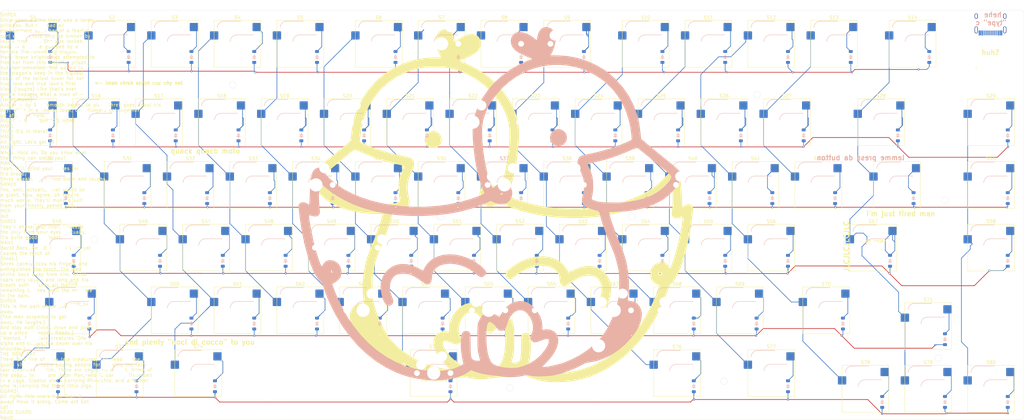
<source format=kicad_pcb>
(kicad_pcb (version 20240108) (generator "pcbnew") (generator_version "8.0")
  (title_block (title "psycho_ducker") (date "9/11/2024") (rev "1.0.1") (company "Angelo Perotti"))
  (layers (0 "F.Cu" signal) (31 "B.Cu" signal) (34 "B.Paste" user) (35 "F.Paste" user) (36 "B.SilkS" user "B.Silkscreen") (37 "F.SilkS" user "F.Silkscreen") (38 "B.Mask" user) (39 "F.Mask" user) (44 "Edge.Cuts" user))
  (net 0 "")
  (net 1 "GND")
  (net 2 "/B0")
  (net 3 "Net-(D1-A)")
  (net 4 "/B1")
  (net 5 "Net-(D2-A)")
  (net 6 "Net-(D3-A)")
  (net 7 "/B2")
  (net 8 "/B3")
  (net 9 "Net-(D4-A)")
  (net 10 "Net-(D5-A)")
  (net 11 "/B4")
  (net 12 "/B5")
  (net 13 "Net-(D6-A)")
  (net 14 "Net-(D7-A)")
  (net 15 "Net-(D8-A)")
  (net 16 "Net-(D9-A)")
  (net 17 "Net-(D10-A)")
  (net 18 "Net-(D11-A)")
  (net 19 "Net-(D12-A)")
  (net 20 "Net-(D13-A)")
  (net 21 "Net-(D14-A)")
  (net 22 "Net-(D15-A)")
  (net 23 "Net-(D16-A)")
  (net 24 "Net-(D17-A)")
  (net 25 "Net-(D18-A)")
  (net 26 "Net-(D19-A)")
  (net 27 "Net-(D20-A)")
  (net 28 "Net-(D21-A)")
  (net 29 "Net-(D22-A)")
  (net 30 "Net-(D23-A)")
  (net 31 "Net-(D24-A)")
  (net 32 "Net-(D25-A)")
  (net 33 "Net-(D26-A)")
  (net 34 "Net-(D27-A)")
  (net 35 "Net-(D28-A)")
  (net 36 "Net-(D29-A)")
  (net 37 "Net-(D30-A)")
  (net 38 "Net-(D31-A)")
  (net 39 "Net-(D32-A)")
  (net 40 "Net-(D33-A)")
  (net 41 "Net-(D34-A)")
  (net 42 "Net-(D35-A)")
  (net 43 "Net-(D36-A)")
  (net 44 "Net-(D37-A)")
  (net 45 "Net-(D38-A)")
  (net 46 "Net-(D39-A)")
  (net 47 "Net-(D40-A)")
  (net 48 "Net-(D41-A)")
  (net 49 "Net-(D42-A)")
  (net 50 "Net-(D43-A)")
  (net 51 "Net-(D44-A)")
  (net 52 "Net-(D45-A)")
  (net 53 "Net-(D46-A)")
  (net 54 "Net-(D47-A)")
  (net 55 "Net-(D48-A)")
  (net 56 "Net-(D49-A)")
  (net 57 "Net-(D50-A)")
  (net 58 "Net-(D51-A)")
  (net 59 "Net-(D52-A)")
  (net 60 "Net-(D53-A)")
  (net 61 "Net-(D54-A)")
  (net 62 "Net-(D55-A)")
  (net 63 "Net-(D56-A)")
  (net 64 "Net-(D57-A)")
  (net 65 "Net-(D58-A)")
  (net 66 "Net-(D59-A)")
  (net 67 "Net-(D60-A)")
  (net 68 "Net-(D61-A)")
  (net 69 "Net-(D62-A)")
  (net 70 "Net-(D63-A)")
  (net 71 "Net-(D64-A)")
  (net 72 "Net-(D65-A)")
  (net 73 "Net-(D66-A)")
  (net 74 "Net-(D67-A)")
  (net 75 "Net-(D68-A)")
  (net 76 "Net-(D69-A)")
  (net 77 "Net-(D70-A)")
  (net 78 "Net-(D71-A)")
  (net 79 "Net-(D73-A)")
  (net 80 "Net-(D74-A)")
  (net 81 "Net-(D75-A)")
  (net 82 "Net-(D76-A)")
  (net 83 "Net-(D77-A)")
  (net 84 "Net-(D78-A)")
  (net 85 "Net-(D79-A)")
  (net 86 "Net-(D80-A)")
  (net 87 "VBUS")
  (net 88 "/USB_D-")
  (net 89 "Net-(J1-CC2)")
  (net 90 "/USB_D+")
  (net 91 "Net-(J1-CC1)")
  (net 92 "/B6")
  (net 93 "/B7")
  (net 94 "/B8")
  (net 95 "/B9")
  (net 96 "/B10")
  (net 97 "/B11")
  (net 98 "/B12")
  (net 99 "/B13")
  (net 100 "/B14")
  (net 101 "/B15")
  (net 102 "/A0")
  (net 103 "/A1")
  (net 104 "/A2")
  (net 105 "/A3")
  (net 106 "/A4")
  (net 107 "Net-(D72-A)")
  (footprint "ScottoKeebs_Hotswap:Hotswap_MX_1.50u" (layer "F.Cu") (at 508.7599 319.2875)
    (property "Reference" "S77")
    (property "Value" "Keyswitch")
  )
  (footprint "ScottoKeebs_Hotswap:Hotswap_MX_1.00u" (layer "F.Cu") (at 342.0724 243.0875)
    (property "Reference" "S18")
    (property "Value" "Keyswitch")
  )
  (footprint "ScottoKeebs_Hotswap:Hotswap_MX_1.00u" (layer "F.Cu") (at 337.3099 281.1875)
    (property "Reference" "S47")
    (property "Value" "Keyswitch")
  )
  (footprint "ScottoKeebs_Hotswap:Hotswap_MX_1.00u" (layer "F.Cu") (at 513.5224 243.0875)
    (property "Reference" "S27")
    (property "Value" "Keyswitch")
  )
  (footprint "ScottoKeebs_Hotswap:Hotswap_MX_1.00u" (layer "F.Cu") (at 284.9224 243.0875)
    (property "Reference" "S15")
    (property "Value" "Keyswitch")
  )
  (footprint "ScottoKeebs_Hotswap:Hotswap_MX_1.75u" (layer "F.Cu") (at 525.4287 300.2375)
    (property "Reference" "S70")
    (property "Value" "Keyswitch")
  )
  (footprint "ScottoKeebs_Hotswap:Hotswap_MX_1.00u" (layer "F.Cu") (at 403.9849 300.2375)
    (property "Reference" "S64")
    (property "Value" "Keyswitch")
  )
  (footprint "ScottoKeebs_Hotswap:Hotswap_MX_1.00u" (layer "F.Cu") (at 423.0349 300.2375)
    (property "Reference" "S65")
    (property "Value" "Keyswitch")
  )
  (footprint "ScottoKeebs_Hotswap:Hotswap_MX_1.00u" (layer "F.Cu") (at 494.4724 243.0875)
    (property "Reference" "S26")
    (property "Value" "Keyswitch")
  )
  (footprint "ScottoKeebs_Hotswap:Hotswap_MX_1.00u" (layer "F.Cu") (at 461.1349 300.2375)
    (property "Reference" "S67")
    (property "Value" "Keyswitch")
  )
  (footprint "ScottoKeebs_Hotswap:Hotswap_MX_1.00u" (layer "F.Cu") (at 523.0474 262.1375)
    (property "Reference" "S42")
    (property "Value" "Keyswitch")
  )
  (footprint "ScottoKeebs_Hotswap:Hotswap_MX_1.00u" (layer "F.Cu") (at 361.1224 243.0875)
    (property "Reference" "S19")
    (property "Value" "Keyswitch")
  )
  (footprint "ScottoKeebs_Hotswap:Hotswap_MX_1.00u" (layer "F.Cu") (at 575.4349 243.0875)
    (property "Reference" "S29")
    (property "Value" "Keyswitch")
  )
  (footprint "ScottoKeebs_Hotswap:Hotswap_MX_1.00u" (layer "F.Cu") (at 551.6224 219.275)
    (property "Reference" "S14")
    (property "Value" "Keyswitch")
  )
  (footprint "ScottoKeebs_Hotswap:Hotswap_MX_1.00u" (layer "F.Cu") (at 413.5099 281.1875)
    (property "Reference" "S51")
    (property "Value" "Keyswitch")
  )
  (footprint "ScottoKeebs_Hotswap:Hotswap_MX_1.00u" (layer "F.Cu") (at 351.5974 262.1375)
    (property "Reference" "S33")
    (property "Value" "Keyswitch")
  )
  (footprint "ScottoKeebs_Hotswap:Hotswap_MX_2.25u" (layer "F.Cu") (at 539.7162 281.1875)
    (property "Reference" "S57")
    (property "Value" "Keyswitch")
  )
  (footprint "ScottoKeebs_Hotswap:Hotswap_MX_1.00u" (layer "F.Cu") (at 508.7599 219.275)
    (property "Reference" "S12")
    (property "Value" "Keyswitch")
  )
  (footprint "ScottoKeebs_Hotswap:Hotswap_MX_1.00u" (layer "F.Cu") (at 399.2224 243.0875)
    (property "Reference" "S21")
    (property "Value" "Keyswitch")
  )
  (footprint "ScottoKeebs_Hotswap:Hotswap_MX_1.00u" (layer "F.Cu") (at 465.8974 262.1375)
    (property "Reference" "S39")
    (property "Value" "Keyswitch")
  )
  (footprint "ScottoKeebs_Hotswap:Hotswap_MX_1.75u" (layer "F.Cu") (at 292.0662 281.1875)
    (property "Reference" "S45")
    (property "Value" "Keyswitch")
  )
  (footprint "ScottoKeebs_Hotswap:Hotswap_MX_1.00u" (layer "F.Cu") (at 480.1849 300.2375)
    (property "Reference" "S68")
    (property "Value" "Keyswitch")
  )
  (footprint "ScottoKeebs_Hotswap:Hotswap_MX_1.00u" (layer "F.Cu") (at 313.4974 262.1375)
    (property "Reference" "S31")
    (property "Value" "Keyswitch")
  )
  (footprint "ScottoKeebs_Stabilizer:Stabilizer_MX_6.25u" (layer "F.Cu") (at 406.3974 319.225 180)
    (property "Reference" "Stab_space")
    (property "Value" "Stabilizer_MX_6.25u")
  )
  (footprint "ScottoKeebs_Hotswap:Hotswap_MX_1.25u" (layer "F.Cu") (at 334.9287 319.2875)
    (property "Reference" "S74")
    (property "Value" "Keyswitch")
  )
  (footprint "ScottoKeebs_Hotswap:Hotswap_MX_1.00u" (layer "F.Cu") (at 451.6099 281.1875)
    (property "Reference" "S53")
    (property "Value" "Keyswitch")
  )
  (footprint "ScottoKeebs_Hotswap:Hotswap_MX_1.00u" (layer "F.Cu") (at 456.3724 243.0875)
    (property "Reference" "S24")
    (property "Value" "Keyswitch")
  )
  (footprint "ScottoKeebs_Hotswap:Hotswap_MX_1.00u" (layer "F.Cu") (at 408.7474 219.275)
    (property "Reference" "S7")
    (property "Value" "Keyswitch")
  )
  (footprint "ScottoKeebs_Hotswap:Hotswap_MX_1.00u" (layer "F.Cu") (at 499.2349 300.2375)
    (property "Reference" "S69")
    (property "Value" "Keyswitch")
  )
  (footprint "ScottoKeebs_Hotswap:Hotswap_MX_1.00u" (layer "F.Cu") (at 394.4599 281.1875)
    (property "Reference" "S50")
    (property "Value" "Keyswitch")
  )
  (footprint "ScottoKeebs_Hotswap:Hotswap_MX_1.00u" (layer "F.Cu") (at 489.7099 219.275)
    (property "Reference" "S11")
    (property "Value" "Keyswitch")
  )
  (footprint "ScottoKeebs_Hotswap:Hotswap_MX_1.00u" (layer "F.Cu") (at 489.7099 281.1875)
    (property "Reference" "S55")
    (property "Value" "Keyswitch")
  )
  (footprint "ScottoKeebs_Hotswap:Hotswap_MX_1.00u" (layer "F.Cu") (at 327.7849 300.2375)
    (property "Reference" "S60")
    (property "Value" "Keyswitch")
  )
  (footprint "ScottoKeebs_Hotswap:Hotswap_MX_1.00u" (layer "F.Cu") (at 284.9224 219.275)
    (property "Reference" "S1")
    (property "Value" "Keyswitch")
  )
  (footprint "ScottoKeebs_Stabilizer:Stabilizer_MX_2.00u" (layer "F.Cu") (at 539.7162 281.1875)
    (property "Reference" "stab_enter")
    (property "Value" "Stabilizer_MX_2.00u")
  )
  (footprint "ScottoKeebs_Hotswap:Hotswap_MX_6.25u" (layer "F.Cu") (at 406.3662 319.2875)
    (property "Reference" "S75")
    (property "Value" "Keyswitch")
  )
  (footprint "ScottoKeebs_Hotswap:Hotswap_MX_1.00u" (layer "F.Cu") (at 365.8849 300.2375)
    (property "Reference" "S62")
    (property "Value" "Keyswitch")
  )
  (footprint "ScottoKeebs_Hotswap:Hotswap_MX_1.00u" (layer "F.Cu") (at 556.3849 324.05)
    (property "Reference" "S79")
    (property "Value" "Keyswitch")
  )
  (footprint "ScottoKeebs_Hotswap:Hotswap_MX_1.00u" (layer "F.Cu") (at 503.9974 262.1375)
    (property "Reference" "S41")
    (property "Value" "Keyswitch")
  )
  (footprint "ScottoKeebs_Hotswap:Hotswap_MX_1.00u" (layer "F.Cu") (at 418.2724 243.0875)
    (property "Reference" "S22")
    (property "Value" "Keyswitch")
  )
  (footprint "ScottoKeebs_Hotswap:Hotswap_MX_1.00u" (layer "F.Cu") (at 442.0849 300.2375)
    (property "Reference" "S66")
    (property "Value" "Keyswitch")
  )
  (footprint "ScottoKeebs_Hotswap:Hotswap_MX_1.00u" (layer "F.Cu") (at 446.8474 262.1375)
    (property "Reference" "S38")
    (property "Value" "Keyswitch")
  )
  (footprint "ScottoKeebs_Hotswap:Hotswap_MX_1.00u" (layer "F.Cu") (at 332.5474 262.1375)
    (property "Reference" "S32")
    (property "Value" "Keyswitch")
  )
  (footprint "ScottoKeebs_Hotswap:Hotswap_MX_1.00u" (layer "F.Cu") (at 375.4099 281.1875)
    (property "Reference" "S49")
    (property "Value" "Keyswitch")
  )
  (footprint "ScottoKeebs_Hotswap:Hotswap_MX_1.00u" (layer "F.Cu") (at 470.6599 281.1875)
    (property "Reference" "S54")
    (property "Value" "Keyswitch")
  )
  (footprint "ScottoKeebs_Hotswap:Hotswap_MX_1.00u" (layer "F.Cu") (at 427.7974 262.1375)
    (property "Reference" "S37")
    (property "Value" "Keyswitch")
  )
  (footprint "ScottoKeebs_Hotswap:Hotswap_MX_1.00u" (layer "F.Cu") (at 432.5599 281.1875)
    (property "Reference" "S52")
    (property "Value" "Keyswitch")
  )
  (footprint "ScottoKeebs_Hotswap:Hotswap_MX_1.50u" (layer "F.Cu") (at 289.6849 262.1375)
    (property "Reference" "S30")
    (property "Value" "Keyswitch")
  )
  (footprint "ScottoKeebs_Hotswap:Hotswap_MX_1.50u" (layer "F.Cu") (at 480.1849 319.2875)
    (property "Reference" "S76")
    (property "Value" "Keyswitch")
  )
  (footprint "ScottoKeebs_Hotswap:Hotswap_MX_1.00u" (layer "F.Cu") (at 365.8849 219.275)
    (property "Reference" "S5")
    (property "Value" "Keyswitch")
  )
  (footprint "ScottoKeebs_Hotswap:Hotswap_MX_1.00u" (layer "F.Cu") (at 384.9349 300.2375)
    (property "Reference" "S63")
    (property "Value" "Keyswitch")
  )
  (footprint "ScottoKeebs_Hotswap:Hotswap_MX_1.00u" (layer "F.Cu") (at 327.7849 219.275)
    (property "Reference" "S3")
    (property "Value" "Keyswitch")
  )
  (footprint "ScottoKeebs_Hotswap:Hotswap_MX_1.00u" (layer "F.Cu") (at 346.8349 219.275)
    (property "Reference" "S4")
    (property "Value" "Keyswitch")
  )
  (footprint "ScottoKeebs_Hotswap:Hotswap_MX_1.00u" (layer "F.Cu") (at 446.8474 219.275)
    (property "Reference" "S9")
    (property "Value" "Keyswitch")
  )
  (footprint "ScottoKeebs_Hotswap:Hotswap_MX_1.00u" (layer "F.Cu") (at 475.4224 243.0875)
    (property "Reference" "S25")
    (property "Value" "Keyswitch")
  )
  (footprint "ScottoKeebs_Hotswap:Hotswap_MX_1.00u" (layer "F.Cu") (at 575.4349 324.05)
    (property "Reference" "S80")
    (property "Value" "Keyswitch")
  )
  (footprint "ScottoKeebs_Hotswap:Hotswap_MX_1.25u" (layer "F.Cu") (at 311.1162 319.2875)
    (property "Reference" "S73")
    (property "Value" "Keyswitch")
  )
  (footprint "ScottoKeebs_Hotswap:Hotswap_MX_1.00u" (layer "F.Cu") (at 508.7599 281.1875)
    (property "Reference" "S56")
    (property "Value" "Keyswitch")
  )
  (footprint "ScottoKeebs_Hotswap:Hotswap_MX_1.00u" (layer "F.Cu") (at 389.6974 262.1375)
    (property "Reference" "S35")
    (property "Value" "Keyswitch")
  )
  (footprint "ScottoKeebs_Hotswap:Hotswap_MX_1.00u" (layer "F.Cu") (at 318.2599 281.1875)
    (property "Reference" "S46")
    (property "Value" "Keyswitch")
  )
  (footprint "ScottoKeebs_Hotswap:Hotswap_MX_1.00u" (layer "F.Cu") (at 537.3349 324.05)
    (property "Reference" "S78")
    (property "Value" "Keyswitch")
  )
  (footprint "ScottoKeebs_Hotswap:Hotswap_MX_1.50u" (layer "F.Cu") (at 546.8599 262.1375)
    (property "Reference" "S43")
    (property "Value" "Keyswitch")
  )
  (footprint "ScottoKeebs_Hotswap:Hotswap_MX_2.25u" (layer "F.Cu") (at 296.8287 300.2375)
    (property "Reference" "S59")
    (property "Value" "Keyswitch")
  )
  (footprint "ScottoKeebs_Hotswap:Hotswap_MX_1.00u" (layer "F.Cu") (at 370.6474 262.1375)
    (property "Reference" "S34")
    (property "Value" "Keyswitch")
  )
  (footprint "ScottoKeebs_Hotswap:Hotswap_MX_1.00u" (layer "F.Cu") (at 303.9724 243.0875)
    (property "Reference" "S16")
    (property "Value" "Keyswitch")
  )
  (footprint "ScottoKeebs_Hotswap:Hotswap_MX_1.25u" (layer "F.Cu") (at 287.3037 319.2875)
    (property "Reference" "S72")
    (property "Value" "Keyswitch")
  )
  (footprint "ScottoKeebs_Hotswap:Hotswap_MX_1.00u" (layer "F.Cu") (at 575.4349 281.1875)
    (property "Reference" "S58")
    (property "Value" "Keyswitch")
  )
  (footprint "ScottoKeebs_Hotswap:Hotswap_MX_1.00u" (layer "F.Cu") (at 470.6599 219.275)
    (property "Reference" "S10")
    (property "Value" "Keyswitch")
  )
  (footprint "ScottoKeebs_Hotswap:Hotswap_MX_1.00u" (layer "F.Cu") (at 408.7474 262.1375)
    (property "Reference" "S36")
    (property "Value" "Keyswitch")
  )
  (footprint "ScottoKeebs_Hotswap:Hotswap_MX_1.00u" (layer "F.Cu") (at 346.8349 300.2375)
    (property "Reference" "S61")
    (property "Value" "Keyswitch")
  )
  (footprint "ScottoKeebs_Hotswap:Hotswap_MX_1.00u" (layer "F.Cu") (at 389.6974 219.275)
    (property "Reference" "S6")
    (property "Value" "Keyswitch")
  )
  (footprint "ScottoKeebs_Hotswap:Hotswap_MX_1.00u" (layer "F.Cu") (at 575.4349 262.1375)
    (property "Reference" "S44")
    (property "Value" "Keyswitch")
  )
  (footprint "ScottoKeebs_Hotswap:Hotswap_MX_1.00u" (layer "F.Cu") (at 356.3599 281.1875)
    (property "Reference" "S48")
    (property "Value" "Keyswitch")
  )
  (footprint "ScottoKeebs_Hotswap:Hotswap_MX_1.00u" (layer "F.Cu") (at 380.1724 243.0875)
    (property "Reference" "S20")
    (property "Value" "Keyswitch")
  )
  (footprint "ScottoKeebs_Hotswap:Hotswap_MX_1.00u" (layer "F.Cu") (at 437.3224 243.0875)
    (property "Reference" "S23")
    (property "Value" "Keyswitch")
  )
  (footprint "LOGO" (layer "F.Cu") (at 576.447446 302.750029)
    (property "Reference" "G***" (hide yes))
    (property "Value" "LOGO" (hide yes))
  )
  (footprint "LOGO" (layer "F.Cu") (at 426.999892 269.275058)
    (property "Reference" "frontduck" (hide yes))
    (property "Value" "LOGO" (hide yes))
  )
  (footprint "ScottoKeebs_Hotswap:Hotswap_MX_1.00u" (layer "F.Cu") (at 323.0224 243.0875)
    (property "Reference" "S17")
    (property "Value" "Keyswitch")
  )
  (footprint "ScottoKeebs_Hotswap:Hotswap_MX_1.00u" (layer "F.Cu") (at 484.9474 262.1375)
    (property "Reference" "S40")
    (property "Value" "Keyswitch")
  )
  (footprint "ScottoKeebs_Stabilizer:Stabilizer_MX_2.00u" (layer "F.Cu") (at 296.8218 300.29)
    (property "Reference" "stab_shift_sx")
    (property "Value" "Stabilizer_MX_2.00u")
  )
  (footprint "ScottoKeebs_Stabilizer:Stabilizer_MX_2.00u" (layer "F.Cu") (at 542.0974 243.0875)
    (property "Reference" "stab_backspace" (hide yes))
    (property "Value" "Stabilizer_MX_2.00u")
  )
  (footprint "ScottoKeebs_Hotswap:Hotswap_MX_1.00u" (layer "F.Cu") (at 527.8099 219.275)
    (property "Reference" "S13")
    (property "Value" "Keyswitch")
  )
  (footprint "ScottoKeebs_Hotswap:Hotswap_MX_1.00u" (layer "F.Cu") (at 427.7974 219.275)
    (property "Reference" "S8")
    (property "Value" "Keyswitch")
  )
  (footprint "ScottoKeebs_Hotswap:Hotswap_MX_1.00u" (layer "F.Cu") (at 308.7349 219.275)
    (property "Reference" "S2")
    (property "Value" "Keyswitch")
  )
  (footprint "ScottoKeebs_Hotswap:Hotswap_MX_2.00u" (layer "F.Cu") (at 542.0974 243.0875)
    (property "Reference" "S28")
    (property "Value" "Keyswitch")
  )
  (footprint "ScottoKeebs_Hotswap:Hotswap_MX_1.00u" (layer "F.Cu") (at 556.3849 305)
    (property "Reference" "S71")
    (property "Value" "Keyswitch")
  )
  (footprint "ScottoKeebs_Components:Diode_SOD-123" (layer "B.Cu") (at 411.4462 323.2875 90)
    (property "Reference" "D75" (hide yes))
    (property "Value" "Diode")
  )
  (footprint "ScottoKeebs_Components:Diode_SOD-123" (layer "B.Cu") (at 432.8774 266.1375 90)
    (property "Reference" "D37" (hide yes))
    (property "Value" "Diode")
  )
  (footprint "ScottoKeebs_Components:Diode_SOD-123" (layer "B.Cu") (at 375.7274 266.1375 90)
    (property "Reference" "D34" (hide yes))
    (property "Value" "Diode")
  )
  (footprint "ScottoKeebs_Components:Diode_SOD-123" (layer "B.Cu") (at 380.4899 285.1875 90)
    (property "Reference" "D49" (hide yes))
    (property "Value" "Diode")
  )
  (footprint "ScottoKeebs_Components:Diode_SOD-123" (layer "B.Cu") (at 530.5087 304.2375 90)
    (property "Reference" "D70" (hide yes))
    (property "Value" "Diode")
  )
  (footprint "ScottoKeebs_Components:Diode_SOD-123" (layer "B.Cu") (at 413.8274 223.275 90)
    (property "Reference" "D7" (hide yes))
    (property "Value" "Diode")
  )
  (footprint "ScottoKeebs_Components:Diode_SOD-123" (layer "B.Cu") (at 332.8649 304.2375 90)
    (property "Reference" "D60" (hide yes))
    (property "Value" "Diode")
  )
  (footprint "ScottoKeebs_Components:Diode_SOD-123" (layer "B.Cu") (at 313.8149 223.275 90)
    (property "Reference" "D2" (hide yes))
    (property "Value" "Diode")
  )
  (footprint "ScottoKeebs_Components:Diode_SOD-123" (layer "B.Cu") (at 351.9149 304.2375 90)
    (property "Reference" "D61" (hide yes))
    (property "Value" "Diode")
  )
  (footprint "ScottoKeebs_Components:Diode_SOD-123" (layer "B.Cu") (at 518.6024 247.0875 90)
    (property "Reference" "D27" (hide yes))
    (property "Value" "Diode")
  )
  (footprint "ScottoKeebs_Components:Diode_SOD-123" (layer "B.Cu") (at 351.9149 223.275 90)
    (property "Reference" "D4" (hide yes))
    (property "Value" "Diode")
  )
  (footprint "ScottoKeebs_Components:Diode_SOD-123" (layer "B.Cu") (at 513.8399 223.275 90)
    (property "Reference" "D12" (hide yes))
    (property "Value" "Diode")
  )
  (footprint "ScottoKeebs_Components:Diode_SOD-123" (layer "B.Cu") (at 390.0149 304.2375 90)
    (property "Reference" "D63" (hide yes))
    (property "Value" "Diode")
  )
  (footprint "ScottoKeebs_Components:Diode_SOD-123" (layer "B.Cu") (at 292.3837 323.2875 90)
    (property "Reference" "D72" (hide yes))
    (property "Value" "Diode")
  )
  (footprint "ScottoKeebs_Components:Diode_SOD-123" (layer "B.Cu") (at 297.1462 285.1875 90)
    (property "Reference" "D45" (hide yes))
    (property "Value" "Diode")
  )
  (footprint "ScottoKeebs_Components:Diode_SOD-123" (layer "B.Cu") (at 428.1149 304.2375 90)
    (property "Reference" "D65" (hide yes))
    (property "Value" "Diode")
  )
  (footprint "ScottoKeebs_Components:Diode_SOD-123" (layer "B.Cu") (at 366.2024 247.0875 90)
    (property "Reference" "D19" (hide yes))
    (property "Value" "Diode")
  )
  (footprint "ScottoKeebs_Components:Diode_SOD-123" (layer "B.Cu") (at 580.5149 328.05 90)
    (property "Reference" "D80" (hide yes))
    (property "Value" "Diode")
  )
  (footprint "ScottoKeebs_Components:Diode_SOD-123" (layer "B.Cu") (at 475.7399 285.1875 90)
    (property "Reference" "D54" (hide yes))
    (property "Value" "Diode")
  )
  (footprint "ScottoKeebs_Components:Diode_SOD-123" (layer "B.Cu") (at 432.8774 223.275 90)
    (property "Reference" "D8" (hide yes))
    (property "Value" "Diode")
  )
  (footprint "ScottoKeebs_Components:Diode_SOD-123" (layer "B.Cu") (at 370.9649 304.2375 90)
    (property "Reference" "D62" (hide yes))
    (property "Value" "Diode")
  )
  (footprint "ScottoKeebs_Components:Diode_SOD-123" (layer "B.Cu") (at 316.1962 323.2875 90)
    (property "Reference" "D73" (hide yes))
    (property "Value" "Diode")
  )
  (footprint "ScottoKeebs_Components:Diode_SOD-123" (layer "B.Cu") (at 528.1274 266.1375 90)
    (property "Reference" "D42" (hide yes))
    (property "Value" "Diode")
  )
  (footprint "ScottoKeebs_Components:Diode_SOD-123" (layer "B.Cu") (at 290.0024 247.0875 90)
    (property "Reference" "D15" (hide yes))
    (property "Value" "Diode")
  )
  (footprint "ScottoKeebs_Components:Diode_SOD-123" (layer "B.Cu") (at 494.7899 285.1875 90)
    (property "Reference" "D55" (hide yes))
    (property "Value" "Diode")
  )
  (footprint "ScottoKeebs_Components:Diode_SOD-123" (layer "B.Cu") (at 475.7399 223.275 90)
    (property "Reference" "D10" (hide yes))
    (property "Value" "Diode")
  )
  (footprint "ScottoKeebs_Components:Diode_SOD-123" (layer "B.Cu") (at 461.4524 247.0875 90)
    (property "Reference" "D24" (hide yes))
    (property "Value" "Diode")
  )
  (footprint "ScottoKeebs_Components:Diode_SOD-123" (layer "B.Cu") (at 418.5899 285.1875 90)
    (property "Reference" "D51" (hide yes))
    (property "Value" "Diode")
  )
  (footprint "ScottoKeebs_Components:Diode_SOD-123" (layer "B.Cu") (at 513.8399 285.1875 90)
    (property "Reference" "D56" (hide yes))
    (property "Value" "Diode")
  )
  (footprint "ScottoKeebs_Components:Diode_SOD-123" (layer "B.Cu") (at 580.5149 247.0875 90)
    (property "Reference" "D29" (hide yes))
    (property "Value" "Diode")
  )
  (footprint "ScottoKeebs_Components:Diode_SOD-123" (layer "B.Cu") (at 513.8399 323.2875 90)
    (property "Reference" "D77" (hide yes))
    (property "Value" "Diode")
  )
  (footprint "ScottoKeebs_Components:Diode_SOD-123" (layer "B.Cu") (at 318.5774 266.1375 90)
    (property "Reference" "D31" (hide yes))
    (property "Value" "Diode")
  )
  (footprint "ScottoKeebs_Components:Diode_SOD-123" (layer "B.Cu") (at 532.8899 223.275 90)
    (property "Reference" "D13" (hide yes))
    (property "Value" "Diode")
  )
  (footprint "ScottoKeebs_Components:Diode_SOD-123" (layer "B.Cu") (at 361.4399 285.1875 90)
    (property "Reference" "D48" (hide yes))
    (property "Value" "Diode")
  )
  (footprint "ScottoKeebs_Components:USB_C_HRO_TYPE-C-31-M-12" (layer "B.Cu") (at 575.2698 211.925)
    (property "Reference" "J1" (hide yes))
    (property "Value" "USB_C")
  )
  (footprint "ScottoKeebs_Components:Diode_SOD-123" (layer "B.Cu") (at 342.3899 285.1875 90)
    (property "Reference" "D47" (hide yes))
    (property "Value" "Diode")
  )
  (footprint "ScottoKeebs_Components:Diode_SOD-123" (layer "B.Cu") (at 413.8274 266.1375 90)
    (property "Reference" "D36" (hide yes))
    (property "Value" "Diode")
  )
  (footprint "ScottoKeebs_Components:Diode_SOD-123" (layer "B.Cu") (at 509.0774 266.1375 90)
    (property "Reference" "D41" (hide yes))
    (property "Value" "Diode")
  )
  (footprint "ScottoKeebs_Components:Diode_SOD-123" (layer "B.Cu") (at 551.9399 266.1375 90)
    (property "Reference" "D43" (hide yes))
    (property "Value" "Diode")
  )
  (footprint "ScottoKeebs_Components:Diode_SOD-123" (layer "B.Cu") (at 309.0524 247.0875 90)
    (property "Reference" "D16" (hide yes))
    (property "Value" "Diode")
  )
  (footprint "ScottoKeebs_Components:Diode_SOD-123" (layer "B.Cu") (at 328.1024 247.0875 90)
    (property "Reference" "D17" (hide yes))
    (property "Value" "Diode")
  )
  (footprint "ScottoKeebs_Components:Diode_SOD-123" (layer "B.Cu") (at 451.9274 223.275 90)
    (property "Reference" "D9" (hide yes))
    (property "Value" "Diode")
  )
  (footprint "ScottoKeebs_Components:Diode_SOD-123" (layer "B.Cu") (at 347.1524 247.0875 90)
    (property "Reference" "D18" (hide yes))
    (property "Value" "Diode")
  )
  (footprint "ScottoKeebs_Components:Diode_SOD-123" (layer "B.Cu") (at 494.7899 223.275 90)
    (property "Reference" "D11" (hide yes))
    (property "Value" "Diode")
  )
  (footprint "ScottoKeebs_Components:Diode_SOD-123" (layer "B.Cu") (at 404.3024 247.0875 90)
    (property "Reference" "D21" (hide yes))
    (property "Value" "Diode")
  )
  (footprint "ScottoKeebs_Components:Diode_SOD-123" (layer "B.Cu") (at 466.2149 304.2375 90)
    (property "Reference" "D67" (hide yes))
    (property "Value" "Diode")
  )
  (footprint "ScottoKeebs_Components:Diode_SOD-123" (layer "B.Cu") (at 480.5024 247.0875 90)
    (property "Reference" "D25" (hide yes))
    (property "Value" "Diode")
  )
  (footprint "ScottoKeebs_Components:Diode_SOD-123" (layer "B.Cu") (at 485.2649 304.2375 90)
    (property "Reference" "D68" (hide yes))
    (property "Value" "Diode")
  )
  (footprint "ScottoKeebs_Components:Diode_SOD-123" (layer "B.Cu") (at 423.3524 247.0875 90)
    (property "Reference" "D22" (hide yes))
    (property "Value" "Diode")
  )
  (footprint "ScottoKeebs_Components:Diode_SOD-123" (layer "B.Cu") (at 290.0024 223.275 90)
    (property "Reference" "D1" (hide yes))
    (property "Value" "Diode")
  )
  (footprint "ScottoKeebs_Components:Diode_SOD-123" (layer "B.Cu") (at 301.9087 304.2375 90)
    (property "Reference" "D59" (hide yes))
    (property "Value" "Diode")
  )
  (footprint "ScottoKeebs_Components:Diode_SOD-123" (layer "B.Cu") (at 490.0274 266.1375 90)
    (property "Reference" "D40" (hide yes))
    (property "Value" "Diode")
  )
  (footprint "ScottoKeebs_Components:Diode_SOD-123" (layer "B.Cu") (at 437.6399 285.1875 90)
    (property "Reference" "D52" (hide yes))
    (property "Value" "Diode")
  )
  (footprint "ScottoKeebs_Components:Diode_SOD-123" (layer "B.Cu") (at 580.5149 266.1375 90)
    (property "Reference" "D44" (hide yes))
    (property "Value" "Diode")
  )
  (footprint "ScottoKeebs_Components:Diode_SOD-123" (layer "B.Cu") (at 294.7649 266.1375 90)
    (property "Reference" "D30" (hide yes))
    (property "Value" "Diode")
  )
  (footprint "ScottoKeebs_Components:Diode_SOD-123" (layer "B.Cu") (at 561.4649 328.05 90)
    (property "Reference" "D79" (hide yes))
    (property "Value" "Diode")
  )
  (footprint "ScottoKeebs_Components:Diode_SOD-123" (layer "B.Cu") (at 337.6274 266.1375 90)
    (property "Reference" "D32" (hide yes))
    (property "Value" "Diode")
  )
  (footprint "ScottoKeebs_Components:Diode_SOD-123" (layer "B.Cu") (at 544.7962 285.1875 90)
    (property "Reference" "D57" (hide yes))
    (property "Value" "Diode")
  )
  (footprint "ScottoKeebs_Components:Diode_SOD-123" (layer "B.Cu") (at 499.5524 247.0875 90)
    (property "Reference" "D26" (hide yes))
    (property "Value" "Diode")
  )
  (footprint "ScottoKeebs_Components:Diode_SOD-123" (layer "B.Cu") (at 504.3149 304.2375 90)
    (property "Reference" "D69" (hide yes))
    (property "Value" "Diode")
  )
  (footprint "ScottoKeebs_Components:Diode_SOD-123" (layer "B.Cu") (at 485.2649 323.2875 90)
    (property "Reference" "D76" (hide yes))
    (property "Value" "Diode")
  )
  (footprint "LOGO" (layer "B.Cu") (at 423.422032 268.666283 180)
    (property "Reference" "backduck" (hide yes))
    (property "Value" "LOGO" (hide yes))
  )
  (footprint "ScottoKeebs_Components:Diode_SOD-123" (layer "B.Cu") (at 323.3399 285.1875 90)
    (property "Reference" "D46" (hide yes))
    (property "Value" "Diode")
  )
  (footprint "ScottoKeebs_Components:Diode_SOD-123" (layer "B.Cu") (at 580.5149 285.1875 90)
    (property "Reference" "D58" (hide yes))
    (property "Value" "Diode")
  )
  (footprint "ScottoKeebs_Components:Diode_SOD-123" (layer "B.Cu") (at 442.4024 247.0875 90)
    (property "Reference" "D23" (hide yes))
    (property "Value" "Diode")
  )
  (footprint "ScottoKeebs_Components:Diode_SOD-123" (layer "B.Cu") (at 340.0087 323.2875 90)
    (property "Reference" "D74" (hide yes))
    (property "Value" "Diode")
  )
  (footprint "ScottoKeebs_Components:Diode_SOD-123" (layer "B.Cu") (at 556.7024 223.275 90)
    (property "Reference" "D14" (hide yes))
    (property "Value" "Diode")
  )
  (footprint "ScottoKeebs_Components:Diode_SOD-123" (layer "B.Cu") (at 542.4149 328.05 90)
    (property "Reference" "D78" (hide yes))
    (property "Value" "Diode")
  )
  (footprint "ScottoKeebs_Components:Diode_SOD-123" (layer "B.Cu") (at 451.9274 266.1375 90)
    (property "Reference" "D38" (hide yes))
    (property "Value" "Diode")
  )
  (footprint "ScottoKeebs_Components:Diode_SOD-123" (layer "B.Cu") (at 547.1774 247.0875 90)
    (property "Reference" "D28" (hide yes))
    (property "Value" "Diode")
  )
  (footprint "ScottoKeebs_Components:Diode_SOD-123" (layer "B.Cu") (at 470.9774 266.1375 90)
    (property "Reference" "D39" (hide yes))
    (property "Value" "Diode")
  )
  (footprint "ScottoKeebs_Components:Diode_SOD-123" (layer "B.Cu") (at 356.6774 266.1375 90)
    (property "Reference" "D33" (hide yes))
    (property "Value" "Diode")
  )
  (footprint "ScottoKeebs_Components:Diode_SOD-123" (layer "B.Cu") (at 385.2524 247.0875 90)
    (property "Reference" "D20" (hide yes))
    (property "Value" "Diode")
  )
  (footprint "ScottoKeebs_Components:Diode_SOD-123" (layer "B.Cu") (at 399.5399 285.1875 90)
    (property "Reference" "D50" (hide yes))
    (property "Value" "Diode")
  )
  (footprint "ScottoKeebs_Components:Diode_SOD-123" (layer "B.Cu") (at 394.7774 266.1375 90)
    (property "Reference" "D35" (hide yes))
    (property "Value" "Diode")
  )
  (footprint "ScottoKeebs_Components:Diode_SOD-123" (layer "B.Cu") (at 394.7774 223.275 90)
    (property "Reference" "D6" (hide yes))
    (property "Value" "Diode")
  )
  (footprint "ScottoKeebs_Components:Diode_SOD-123" (layer "B.Cu") (at 409.0649 304.2375 90)
    (property "Reference" "D64" (hide yes))
    (property "Value" "Diode")
  )
  (footprint "ScottoKeebs_Components:Diode_SOD-123" (layer "B.Cu") (at 332.8649 223.275 90)
    (property "Reference" "D3" (hide yes))
    (property "Value" "Diode")
  )
  (footprint "ScottoKeebs_Components:Diode_SOD-123" (layer "B.Cu") (at 370.9649 223.275 90)
    (property "Reference" "D5" (hide yes))
    (property "Value" "Diode")
  )
  (footprint "ScottoKeebs_Components:Diode_SOD-123" (layer "B.Cu") (at 456.6899 285.1875 90)
    (property "Reference" "D53" (hide yes))
    (property "Value" "Diode")
  )
  (footprint "ScottoKeebs_Components:Diode_SOD-123" (layer "B.Cu") (at 561.4649 309 90)
    (property "Reference" "D71" (hide yes))
    (property "Value" "Diode")
  )
  (footprint "ScottoKeebs_Components:Diode_SOD-123" (layer "B.Cu") (at 447.1649 304.2375 90)
    (property "Reference" "D66" (hide yes))
    (property "Value" "Diode")
  )
  (gr_circle (center 466.447446 271.750029) (end 467.497446 271.750029) (stroke (width 0.05)) (fill none) (layer "Edge.Cuts"))
  (gr_line (start 584.429892 333.385058) (end 275.819892 333.385058) (stroke (width 0.05)) (layer "Edge.Cuts"))
  (gr_circle (center 561.447446 266.750029) (end 562.497446 266.750029) (stroke (width 0.05)) (fill none) (layer "Edge.Cuts"))
  (gr_circle (center 408.447446 271.750029) (end 409.497446 271.750029) (stroke (width 0.05)) (fill none) (layer "Edge.Cuts"))
  (gr_circle (center 345.447446 231.750029) (end 346.497446 231.750029) (stroke (width 0.05)) (fill none) (layer "Edge.Cuts"))
  (gr_arc (start 585.429892 332.385058) (mid 585.137013 333.092189) (end 584.429892 333.385058) (stroke (width 0.05)) (layer "Edge.Cuts"))
  (gr_circle (center 559.447446 314.750029) (end 560.497446 314.750029) (stroke (width 0.05)) (fill none) (layer "Edge.Cuts"))
  (gr_circle (center 301.447446 320.750029) (end 302.497446 320.750029) (stroke (width 0.05)) (fill none) (layer "Edge.Cuts"))
  (gr_circle (center 429.447446 323.750029) (end 430.497446 323.750029) (stroke (width 0.05)) (fill none) (layer "Edge.Cuts"))
  (gr_line (start 585.429892 210.095058) (end 585.429892 332.385058) (stroke (width 0.05)) (layer "Edge.Cuts"))
  (gr_circle (center 504.447446 234.750029) (end 505.497446 234.750029) (stroke (width 0.05)) (fill none) (layer "Edge.Cuts"))
  (gr_circle (center 303.447446 278.750029) (end 304.497446 278.750029) (stroke (width 0.05)) (fill none) (layer "Edge.Cuts"))
  (gr_arc (start 584.429892 209.095058) (mid 585.137019 209.387946) (end 585.429892 210.095058) (stroke (width 0.05)) (layer "Edge.Cuts"))
  (gr_arc (start 274.819892 210.095058) (mid 275.112785 209.387951) (end 275.819892 209.095058) (stroke (width 0.05)) (layer "Edge.Cuts"))
  (gr_line (start 275.819892 209.095058) (end 584.429892 209.095058) (stroke (width 0.05)) (layer "Edge.Cuts"))
  (gr_arc (start 275.819892 333.385058) (mid 275.112785 333.092165) (end 274.819892 332.385058) (stroke (width 0.05)) (layer "Edge.Cuts"))
  (gr_line (start 274.819892 332.385058) (end 274.819892 210.095058) (stroke (width 0.05)) (layer "Edge.Cuts"))
  (gr_circle (center 494.447446 321.750029) (end 495.497446 321.750029) (stroke (width 0.05)) (fill none) (layer "Edge.Cuts"))
  (gr_text "hehe \n{dblquote}type{dblquote} c" (at 575.397446 213.750029 0) (layer "B.SilkS") (effects (font (size 1.5 1.5) (thickness 0.3) (bold yes)) (justify bottom mirror)))
  (gr_text "lemme press da button" (at 549.397446 254.750029 0) (layer "B.SilkS") (effects (font (size 1.5 1.5) (thickness 0.3) (bold yes)) (justify left bottom mirror)))
  (gr_text "<- lmao shrek script cuz why not" (at 303.397446 231.750029 0) (layer "F.SilkS") (effects (font (size 1 1) (thickness 0.25) (bold yes)) (justify left bottom)))
  (gr_text "huh?" (at 572.397446 222.750029 0) (layer "F.SilkS") (effects (font (size 1.5 1.5) (thickness 0.3) (bold yes)) (justify left bottom)))
  (gr_text "and plenty {dblquote}noci di cocco{dblquote} to you" (at 312.397446 310.750029 0) (layer "F.SilkS") (effects (font (size 1.5 1.5) (thickness 0.3) (bold yes)) (justify left bottom)))
  (gr_text "JLCJLCJLCJLC" (at 532.447446 288.750029 90) (layer "F.SilkS") (effects (font (size 1.5 1.5) (thickness 0.3) (bold yes)) (justify left bottom)))
  (gr_text "quack quack mofo\n" (at 326.397446 252.750029 0) (layer "F.SilkS") (effects (font (size 1.5 1.5) (thickness 0.3) (bold yes)) (justify left bottom)))
  (gr_text "SHREK\nOnce upon a time there was a lovely\nprincess. But she had an\nenchantment upon her of a fearful\nsort which could only be broken by\nlove's first kiss. She was locked\naway in a castle guarded by a\nterrible fire-breathing dragon.\nMany brave knights had attempted to\nfree her from this dreadful prison,\nbut non prevailed. She waited in\nthe dragon's keep in the highest\nroom of the tallest tower for her\ntrue love and true love's first\nkiss. (laughs) Like that's ever\ngonna happen. What a load of -\n(toilet flush)\nAllstar - by Smashmouth begins to play. Shrek goes about his\nday. While in a nearby town, the villagers get together to\ngo after the ogre.\nNIGHT - NEAR SHREK'S HOME\nMAN1\nThink it's in there?\nMAN2\nAll right. Let's get it!\nMAN1\nWhoa. Hold on. Do you know what\nthat thing can do to you?\nMAN3\nYeah, it'll grind your bones for\nit's bread.\nShrek sneaks up behind them and laughs.\nSHREK\nYes, well, actually, that would be\na giant. Now, ogres, oh they're\nmuch worse. They'll make a suit\nfrom your freshly peeled skin.\nMEN\nNo!\nSHREK\nThey'll shave your liver. Squeeze\nthe jelly from your eyes! Actually,\nit's quite good on toast.\nMAN1\nBack! Back, beast! Back! I warn ya!\n(waves the torch at\nShrek.)\nShrek calmly licks his fingers and\nextinguishes the torch. The men\nshrink back away from him. Shrek\nroars very loudly and long and his\nbreath extinguishes all the\nremaining torches until the men are\nin the dark.\nSHREK\nThis is the part where you run\naway.\n(The men scramble to get\naway. He laughs.)\nAnd stay out! (looks down and picks\nup a piece of paper. Reads.)\n{dblquote}Wanted. Fairy tale creatures.{dblquote}(He\nsighs and throws the paper over his\nshoulder.)\nTHE NEXT DAY\nThere is a line of fairy tale creatures. The head of the\nguard sits at a table paying people for bringing the fairy\ntale creatures to him. There are cages all around. Some of\nthe people in line are Peter Pan, who is carrying Tinkerbell\nin a cage, Gipetto who's carrying Pinocchio, and a farmer\nwho is carrying the three little pigs.\nGUARD\nAll right. This one's full. Take it\naway! Move it along. Come on! Get\nup!\nHEAD GUARD\nNext!" (at 274.819892 333.385058 0) (layer "F.SilkS") (effects (font (size 1 1)) (justify left bottom)))
  (gr_text "i'm just tired man" (at 537.397446 271.750029 0) (layer "F.SilkS") (effects (font (size 1.5 1.5) (thickness 0.3) (bold yes)) (justify left bottom)))
  (gr_text ".  " (at 570.447446 226.750029 0) (layer "F.SilkS") (effects (font (size 1.5 1.5) (thickness 0.3) (bold yes)) (justify left bottom)))
  (segment (start 295.9398 227.595) (end 313.8898 227.595) (width 0.2) (layer "F.Cu") (net 2))
  (segment (start 495.269 227.925) (end 515.269 227.925) (width 0.2) (layer "F.Cu") (net 2))
  (segment (start 476.269 227.925) (end 495.269 227.925) (width 0.2) (layer "F.Cu") (net 2))
  (segment (start 534.121 227.073) (end 553.447446 227.073) (width 0.2) (layer "F.Cu") (net 2))
  (segment (start 295.4098 225.025) (end 295.4098 227.065) (width 0.2) (layer "F.Cu") (net 2))
  (segment (start 533.269 227.925) (end 534.121 227.073) (width 0.2) (layer "F.Cu") (net 2))
  (segment (start 352.269 227.925) (end 371.269 227.925) (width 0.2) (layer "F.Cu") (net 2))
  (segment (start 414.289 227.925) (end 433.409 227.925) (width 0.2) (layer "F.Cu") (net 2))
  (segment (start 313.8898 227.595) (end 332.8998 227.595) (width 0.2) (layer "F.Cu") (net 2))
  (segment (start 295.4098 227.065) (end 295.9398 227.595) (width 0.2) (layer "F.Cu") (net 2))
  (segment (start 332.8998 227.595) (end 351.939 227.595) (width 0.2) (layer "F.Cu") (net 2))
  (segment (start 395.389 227.925) (end 414.289 227.925) (width 0.2) (layer "F.Cu") (net 2))
  (segment (start 351.939 227.595) (end 352.269 227.925) (width 0.2) (layer "F.Cu") (net 2))
  (segment (start 371.269 227.925) (end 395.389 227.925) (width 0.2) (layer "F.Cu") (net 2))
  (segment (start 433.409 227.925) (end 452.099 227.925) (width 0.2) (layer "F.Cu") (net 2))
  (segment (start 515.269 227.925) (end 533.269 227.925) (width 0.2) (layer "F.Cu") (net 2))
  (segment (start 452.099 227.925) (end 476.269 227.925) (width 0.2) (layer "F.Cu") (net 2))
  (via (at 553.447446 227.073) (size 0.6) (drill 0.3) (layers "F.Cu" "B.Cu") (net 2))
  (via (at 371.269 227.925) (size 0.6) (drill 0.3) (layers "F.Cu" "B.Cu") (net 2))
  (via (at 515.269 227.925) (size 0.6) (drill 0.3) (layers "F.Cu" "B.Cu") (net 2))
  (via (at 395.389 227.925) (size 0.6) (drill 0.3) (layers "F.Cu" "B.Cu") (net 2))
  (via (at 433.409 227.925) (size 0.6) (drill 0.3) (layers "F.Cu" "B.Cu") (net 2))
  (via (at 332.8998 227.595) (size 0.6) (drill 0.3) (layers "F.Cu" "B.Cu") (net 2))
  (via (at 452.099 227.925) (size 0.6) (drill 0.3) (layers "F.Cu" "B.Cu") (net 2))
  (via (at 313.8898 227.595) (size 0.6) (drill 0.3) (layers "F.Cu" "B.Cu") (net 2))
  (via (at 295.4098 225.025) (size 0.6) (drill 0.3) (layers "F.Cu" "B.Cu") (net 2))
  (via (at 414.289 227.925) (size 0.6) (drill 0.3) (layers "F.Cu" "B.Cu") (net 2))
  (via (at 352.269 227.925) (size 0.6) (drill 0.3) (layers "F.Cu" "B.Cu") (net 2))
  (via (at 495.269 227.925) (size 0.6) (drill 0.3) (layers "F.Cu" "B.Cu") (net 2))
  (via (at 533.269 227.925) (size 0.6) (drill 0.3) (layers "F.Cu" "B.Cu") (net 2))
  (via (at 476.269 227.925) (size 0.6) (drill 0.3) (layers "F.Cu" "B.Cu") (net 2))
  (segment (start 555.9367 227.073) (end 556.702 226.3077) (width 0.2) (layer "B.Cu") (net 2))
  (segment (start 351.914 224.925) (end 351.914 227.5701) (width 0.2) (layer "B.Cu") (net 2))
  (segment (start 495.269 227.925) (end 494.79 227.4451) (width 0.2) (layer "B.Cu") (net 2))
  (segment (start 513.84 226.1025) (end 513.8399 226.1024) (width 0.2) (layer "B.Cu") (net 2))
  (segment (start 432.877 226.1588) (end 432.877 227.3926) (width 0.2) (layer "B.Cu") (net 2))
  (segment (start 414.289 227.925) (end 413.827 227.4626) (width 0.2) (layer "B.Cu") (net 2))
  (segment (start 394.777 227.3126) (end 395.389 227.925) (width 0.2) (layer "B.Cu") (net 2))
  (segment (start 532.89 227.5451) (end 532.89 224.9251) (width 0.2) (layer "B.Cu") (net 2))
  (segment (start 332.8649 227.5601) (end 332.8998 227.595) (width 0.2) (layer "B.Cu") (net 2))
  (segment (start 313.8149 224.925) (end 313.8149 227.5201) (width 0.2) (layer "B.Cu") (net 2))
  (segment (start 432.877 224.925) (end 432.877 226.1588) (width 0.2) (layer "B.Cu") (net 2))
  (segment (start 451.927 227.7526) (end 452.099 227.925) (width 0.2) (layer "B.Cu") (net 2))
  (segment (start 451.927 226.3388) (end 451.9274 226.3384) (width 0.2) (layer "B.Cu") (net 2))
  (segment (start 432.8774 226.1584) (end 432.8774 224.925) (width 0.2) (layer "B.Cu") (net 2))
  (segment (start 556.7024 226.3073) (end 556.7024 224.925) (width 0.2) (layer "B.Cu") (net 2))
  (segment (start 370.964 227.6201) (end 371.269 227.925) (width 0.2) (layer "B.Cu") (net 2))
  (segment (start 475.74 224.9251) (end 475.74 227.3951) (width 0.2) (layer "B.Cu") (net 2))
  (segment (start 553.447446 227.073) (end 555.9367 227.073) (width 0.2) (layer "B.Cu") (net 2))
  (segment (start 451.927 224.925) (end 451.927 226.3388) (width 0.2) (layer "B.Cu") (net 2))
  (segment (start 413.827 226.8282) (end 413.8274 226.8278) (width 0.2) (layer "B.Cu") (net 2))
  (segment (start 290.0024 224.925) (end 295.4098 225.025) (width 0.2) (layer "B.Cu") (net 2))
  (segment (start 432.877 226.1588) (end 432.8774 226.1584) (width 0.2) (layer "B.Cu") (net 2))
  (segment (start 451.927 226.3388) (end 451.927 227.7526) (width 0.2) (layer "B.Cu") (net 2))
  (segment (start 413.8274 226.8278) (end 413.8274 224.925) (width 0.2) (layer "B.Cu") (net 2))
  (segment (start 513.84 226.4951) (end 513.84 226.1025) (width 0.2) (layer "B.Cu") (net 2))
  (segment (start 533.269 227.925) (end 532.89 227.5451) (width 0.2) (layer "B.Cu") (net 2))
  (segment (start 394.777 224.925) (end 394.777 227.3126) (width 0.2) (layer "B.Cu") (net 2))
  (segment (start 332.8649 224.925) (end 332.8649 227.5601) (width 0.2) (layer "B.Cu") (net 2))
  (segment (start 515.269 227.925) (end 513.84 226.4951) (width 0.2) (layer "B.Cu") (net 2))
  (segment (start 494.79 227.4451) (end 494.79 224.9251) (width 0.2) (layer "B.Cu") (net 2))
  (segment (start 370.964 224.925) (end 370.964 227.6201) (width 0.2) (layer "B.Cu") (net 2))
  (segment (start 556.702 224.925) (end 556.702 226.3077) (width 0.2) (layer "B.Cu") (net 2))
  (segment (start 513.8399 226.1024) (end 513.8399 224.925) (width 0.2) (layer "B.Cu") (net 2))
  (segment (start 451.9274 226.3384) (end 451.9274 224.925) (width 0.2) (layer "B.Cu") (net 2))
  (segment (start 413.827 227.4626) (end 413.827 226.8282) (width 0.2) (layer "B.Cu") (net 2))
  (segment (start 432.877 227.3926) (end 433.409 227.925) (width 0.2) (layer "B.Cu") (net 2))
  (segment (start 351.914 227.5701) (end 352.269 227.925) (width 0.2) (layer "B.Cu") (net 2))
  (segment (start 476.269 227.925) (end 475.74 227.3951) (width 0.2) (layer "B.Cu") (net 2))
  (segment (start 556.702 226.3077) (end 556.7024 226.3073) (width 0.2) (layer "B.Cu") (net 2))
  (segment (start 313.8149 227.5201) (end 313.8898 227.595) (width 0.2) (layer "B.Cu") (net 2))
  (segment (start 292.397446 215.828046) (end 292.397446 219.229954) (width 0.2) (layer "B.Cu") (net 3))
  (segment (start 290.7644 214.195) (end 292.397446 215.828046) (width 0.2) (layer "B.Cu") (net 3))
  (segment (start 292.397446 219.229954) (end 290.0024 221.625) (width 0.2) (layer "B.Cu") (net 3))
  (segment (start 423.279 250.595) (end 442.519 250.595) (width 0.2) (layer "F.Cu") (net 4))
  (segment (start 499.689 250.595) (end 518.539 250.595) (width 0.2) (layer "F.Cu") (net 4))
  (segment (start 461.399 250.595) (end 480.549 250.595) (width 0.2) (layer "F.Cu") (net 4))
  (segment (start 328.1998 250.595) (end 347.219 250.595) (width 0.2) (layer "F.Cu") (net 4))
  (segment (start 404.399 250.595) (end 423.279 250.595) (width 0.2) (layer "F.Cu") (net 4))
  (segment (start 366.239 250.595) (end 385.209 250.595) (width 0.2) (layer "F.Cu") (net 4))
  (segment (start 544.454 247.75) (end 547.299 250.595) (width 0.2) (layer "F.Cu") (net 4))
  (segment (start 521.384 247.75) (end 544.454 247.75) (width 0.2) (layer "F.Cu") (net 4))
  (segment (start 442.519 250.595) (end 461.399 250.595) (width 0.2) (layer "F.Cu") (net 4))
  (segment (start 577.354 253.75) (end 580.509 250.595) (width 0.2) (layer "F.Cu") (net 4))
  (segment (start 547.299 250.595) (end 550.454 253.75) (width 0.2) (layer "F.Cu") (net 4))
  (segment (start 480.549 250.595) (end 499.689 250.595) (width 0.2) (layer "F.Cu") (net 4))
  (segment (start 347.219 250.595) (end 366.239 250.595) (width 0.2) (layer "F.Cu") (net 4))
  (segment (start 385.209 250.595) (end 404.399 250.595) (width 0.2) (layer "F.Cu") (net 4))
  (segment (start 550.454 253.75) (end 577.354 253.75) (width 0.2) (layer "F.Cu") (net 4))
  (segment (start 309.1898 250.595) (end 328.1998 250.595) (width 0.2) (layer "F.Cu") (net 4))
  (segment (start 290.1198 250.595) (end 309.1898 250.595) (width 0.2) (layer "F.Cu") (net 4))
  (segment (start 580.509 250.595) (end 580.599 250.595) (width 0.2) (layer "F.Cu") (net 4))
  (segment (start 518.539 250.595) (end 521.384 247.75) (width 0.2) (layer "F.Cu") (net 4))
  (via (at 347.219 250.595) (size 0.6) (drill 0.3) (layers "F.Cu" "B.Cu") (net 4))
  (via (at 385.209 250.595) (size 0.6) (drill 0.3) (layers "F.Cu" "B.Cu") (net 4))
  (via (at 404.399 250.595) (size 0.6) (drill 0.3) (layers "F.Cu" "B.Cu") (net 4))
  (via (at 499.689 250.595) (size 0.6) (drill 0.3) (layers "F.Cu" "B.Cu") (net 4))
  (via (at 461.399 250.595) (size 0.6) (drill 0.3) (layers "F.Cu" "B.Cu") (net 4))
  (via (at 328.1998 250.595) (size 0.6) (drill 0.3) (layers "F.Cu" "B.Cu") (net 4))
  (via (at 309.1898 250.595) (size 0.6) (drill 0.3) (layers "F.Cu" "B.Cu") (net 4))
  (via (at 423.279 250.595) (size 0.6) (drill 0.3) (layers "F.Cu" "B.Cu") (net 4))
  (via (at 580.599 250.595) (size 0.6) (drill 0.3) (layers "F.Cu" "B.Cu") (net 4))
  (via (at 480.549 250.595) (size 0.6) (drill 0.3) (layers "F.Cu" "B.Cu") (net 4))
  (via (at 547.299 250.595) (size 0.6) (drill 0.3) (layers "F.Cu" "B.Cu") (net 4))
  (via (at 442.519 250.595) (size 0.6) (drill 0.3) (layers "F.Cu" "B.Cu") (net 4))
  (via (at 366.239 250.595) (size 0.6) (drill 0.3) (layers "F.Cu" "B.Cu") (net 4))
  (via (at 290.1198 250.595) (size 0.6) (drill 0.3) (layers "F.Cu" "B.Cu") (net 4))
  (via (at 518.539 250.595) (size 0.6) (drill 0.3) (layers "F.Cu" "B.Cu") (net 4))
  (segment (start 290.0024 250.4776) (end 290.1198 250.595) (width 0.2) (layer "B.Cu") (net 4))
  (segment (start 423.352 250.5225) (end 423.279 250.595) (width 0.2) (layer "B.Cu") (net 4))
  (segment (start 442.402 250.4776) (end 442.519 250.595) (width 0.2) (layer "B.Cu") (net 4))
  (segment (start 366.202 250.5576) (end 366.239 250.595) (width 0.2) (layer "B.Cu") (net 4))
  (segment (start 480.502 250.5476) (end 480.549 250.595) (width 0.2) (layer "B.Cu") (net 4))
  (segment (start 347.152 250.5276) (end 347.219 250.595) (width 0.2) (layer "B.Cu") (net 4))
  (segment (start 309.0524 250.4576) (end 309.1898 250.595) (width 0.2) (layer "B.Cu") (net 4))
  (segment (start 580.515 249.1383) (end 580.515 248.9379) (width 0.2) (layer "B.Cu") (net 4))
  (segment (start 461.452 250.5425) (end 461.399 250.595) (width 0.2) (layer "B.Cu") (net 4))
  (segment (start 385.252 248.7375) (end 385.252 250.5525) (width 0.2) (layer "B.Cu") (net 4))
  (segment (start 580.514 250.5101) (end 580.514 249.1388) (width 0.2) (layer "B.Cu") (net 4))
  (segment (start 366.202 248.7375) (end 366.202 250.5576) (width 0.2) (layer "B.Cu") (net 4))
  (segment (start 290.0024 248.7375) (end 290.0024 250.4776) (width 0.2) (layer "B.Cu") (net 4))
  (segment (start 547.177 248.7375) (end 547.177 250.4726) (width 0.2) (layer "B.Cu") (net 4))
  (segment (start 404.302 250.4976) (end 404.399 250.595) (width 0.2) (layer "B.Cu") (net 4))
  (segment (start 499.552 250.4576) (end 499.689 250.595) (width 0.2) (layer "B.Cu") (net 4))
  (segment (start 423.352 248.7375) (end 423.352 250.5225) (width 0.2) (layer "B.Cu") (net 4))
  (segment (start 518.602 248.7375) (end 518.602 250.5325) (width 0.2) (layer "B.Cu") (net 4))
  (segment (start 442.402 248.7375) (end 442.402 250.4776) (width 0.2) (layer "B.Cu") (net 4))
  (segment (start 580.599 250.595) (end 580.514 250.5101) (width 0.2) (layer "B.Cu") (net 4))
  (segment (start 580.514 249.1388) (end 580.515 249.1383) (width 0.2) (layer "B.Cu") (net 4))
  (segment (start 328.1024 248.7375) (end 328.1024 250.4976) (width 0.2) (layer "B.Cu") (net 4))
  (segment (start 499.552 248.7375) (end 499.552 250.4576) (width 0.2) (layer "B.Cu") (net 4))
  (segment (start 518.602 250.5325) (end 518.539 250.595) (width 0.2) (layer "B.Cu") (net 4))
  (segment (start 309.0524 248.7375) (end 309.0524 250.4576) (width 0.2) (layer "B.Cu") (net 4))
  (segment (start 480.502 248.7375) (end 480.502 250.5476) (width 0.2) (layer "B.Cu") (net 4))
  (segment (start 461.452 248.7375) (end 461.452 250.5425) (width 0.2) (layer "B.Cu") (net 4))
  (segment (start 580.514 249.1388) (end 580.514 248.7375) (width 0.2) (layer "B.Cu") (net 4))
  (segment (start 385.252 250.5525) (end 385.209 250.595) (width 0.2) (layer "B.Cu") (net 4))
  (segment (start 347.152 248.7375) (end 347.152 250.5276) (width 0.2) (layer "B.Cu") (net 4))
  (segment (start 328.1024 250.4976) (end 328.1998 250.595) (width 0.2) (layer "B.Cu") (net 4))
  (segment (start 404.302 248.7375) (end 404.302 250.4976) (width 0.2) (layer "B.Cu") (net 4))
  (segment (start 547.177 250.4726) (end 547.299 250.595) (width 0.2) (layer "B.Cu") (net 4))
  (segment (start 312.397446 220.207546) (end 313.8149 221.625) (width 0.2) (layer "B.Cu") (net 5))
  (segment (start 312.397446 216.374454) (end 312.397446 220.207546) (width 0.2) (layer "B.Cu") (net 5))
  (segment (start 314.5769 214.195) (end 312.397446 216.374454) (width 0.2) (layer "B.Cu") (net 5))
  (segment (start 334.397446 214.965546) (end 334.397446 220.092454) (width 0.2) (layer "B.Cu") (net 6))
  (segment (start 334.397446 220.092454) (end 332.8649 221.625) (width 0.2) (layer "B.Cu") (net 6))
  (segment (start 413.709 268.925) (end 394.869 268.925) (width 0.2) (layer "F.Cu") (net 7))
  (segment (start 394.869 268.925) (end 375.889 268.925) (width 0.2) (layer "F.Cu") (net 7))
  (segment (start 509.089 268.925) (end 490.159 268.925) (width 0.2) (layer "F.Cu") (net 7))
  (segment (start 580.269 268.925) (end 552.269 268.925) (width 0.2) (layer "F.Cu") (net 7))
  (segment (start 451.999 268.925) (end 432.939 268.925) (width 0.2) (layer "F.Cu") (net 7))
  (segment (start 337.7798 268.925) (end 318.5898 268.925) (width 0.2) (layer "F.Cu") (net 7))
  (segment (start 432.939 268.925) (end 413.709 268.925) (width 0.2) (layer "F.Cu") (net 7))
  (segment (start 356.749 268.925) (end 337.7798 268.925) (width 0.2) (layer "F.Cu") (net 7))
  (segment (start 294.8598 268.925) (end 294.8098 268.875) (width 0.2) (layer "F.Cu") (net 7))
  (segment (start 471.099 268.925) (end 451.999 268.925) (width 0.2) (layer "F.Cu") (net 7))
  (segment (start 528.239 268.925) (end 509.089 268.925) (width 0.2) (layer "F.Cu") (net 7))
  (segment (start 375.889 268.925) (end 356.749 268.925) (width 0.2) (layer "F.Cu") (net 7))
  (segment (start 490.159 268.925) (end 471.099 268.925) (width 0.2) (layer "F.Cu") (net 7))
  (segment (start 552.269 268.925) (end 528.239 268.925) (width 0.2) (layer "F.Cu") (net 7))
  (segment (start 318.5898 268.925) (end 294.8598 268.925) (width 0.2) (layer "F.Cu") (net 7))
  (via (at 528.239 268.925) (size 0.6) (drill 0.3) (layers "F.Cu" "B.Cu") (net 7))
  (via (at 432.939 268.925) (size 0.6) (drill 0.3) (layers "F.Cu" "B.Cu") (net 7))
  (via (at 471.099 268.925) (size 0.6) (drill 0.3) (layers "F.Cu" "B.Cu") (net 7))
  (via (at 294.8098 268.875) (size 0.6) (drill 0.3) (layers "F.Cu" "B.Cu") (net 7))
  (via (at 337.7798 268.925) (size 0.6) (drill 0.3) (layers "F.Cu" "B.Cu") (net 7))
  (via (at 490.159 268.925) (size 0.6) (drill 0.3) (layers "F.Cu" "B.Cu") (net 7))
  (via (at 375.889 268.925) (size 0.6) (drill 0.3) (layers "F.Cu" "B.Cu") (net 7))
  (via (at 356.749 268.925) (size 0.6) (drill 0.3) (layers "F.Cu" "B.Cu") (net 7))
  (via (at 318.5898 268.925) (size 0.6) (drill 0.3) (layers "F.Cu" "B.Cu") (net 7))
  (via (at 451.999 268.925) (size 0.6) (drill 0.3) (layers "F.Cu" "B.Cu") (net 7))
  (via (at 394.869 268.925) (size 0.6) (drill 0.3) (layers "F.Cu" "B.Cu") (net 7))
  (via (at 552.269 268.925) (size 0.6) (drill 0.3) (layers "F.Cu" "B.Cu") (net 7))
  (via (at 413.709 268.925) (size 0.6) (drill 0.3) (layers "F.Cu" "B.Cu") (net 7))
  (via (at 580.269 268.925) (size 0.6) (drill 0.3) (layers "F.Cu" "B.Cu") (net 7))
  (via (at 509.089 268.925) (size 0.6) (drill 0.3) (layers "F.Cu" "B.Cu") (net 7))
  (segment (start 337.6274 267.7875) (end 337.6274 268.7726) (width 0.2) (layer "B.Cu") (net 7))
  (segment (start 413.827 268.2974) (end 413.827 268.8074) (width 0.2) (layer "B.Cu") (net 7))
  (segment (start 394.777 268.8326) (end 394.869 268.925) (width 0.2) (layer "B.Cu") (net 7))
  (segment (start 356.677 267.7875) (end 356.677 268.8526) (width 0.2) (layer "B.Cu") (net 7))
  (segment (start 490.027 267.7875) (end 490.027 268.7926) (width 0.2) (layer "B.Cu") (net 7))
  (segment (start 470.977 267.7875) (end 470.977 268.8026) (width 0.2) (layer "B.Cu") (net 7))
  (segment (start 432.939 268.925) (end 432.877 268.8626) (width 0.2) (layer "B.Cu") (net 7))
  (segment (start 432.877 268.5938) (end 432.877 268.325) (width 0.2) (layer "B.Cu") (net 7))
  (segment (start 375.7274 268.2746) (end 375.7274 267.7875) (width 0.2) (layer "B.Cu") (net 7))
  (segment (start 551.94 268.1506) (end 551.94 267.7875) (width 0.2) (layer "B.Cu") (net 7))
  (segment (start 432.8774 268.5934) (end 432.8774 267.7875) (width 0.2) (layer "B.Cu") (net 7))
  (segment (start 528.127 268.8126) (end 528.239 268.925) (width 0.2) (layer "B.Cu") (net 7))
  (segment (start 394.777 267.7875) (end 394.777 268.8326) (width 0.2) (layer "B.Cu") (net 7))
  (segment (start 528.127 268.3) (end 528.127 268.8126) (width 0.2) (layer "B.Cu") (net 7))
  (segment (start 552.269 268.925) (end 551.94 268.5951) (width 0.2) (layer "B.Cu") (net 7))
  (segment (start 413.827 268.2974) (end 413.8274 268.297) (width 0.2) (layer "B.Cu") (net 7))
  (segment (start 318.5774 268.9126) (end 318.5898 268.925) (width 0.2) (layer "B.Cu") (net 7))
  (segment (start 413.827 268.8074) (end 413.709 268.925) (width 0.2) (layer "B.Cu") (net 7))
  (segment (start 528.1274 268.2996) (end 528.1274 267.7875) (width 0.2) (layer "B.Cu") (net 7))
  (segment (start 375.727 268.7626) (end 375.889 268.925) (width 0.2) (layer "B.Cu") (net 7))
  (segment (start 337.6274 268.7726) (end 337.7798 268.925) (width 0.2) (layer "B.Cu") (net 7))
  (segment (start 413.8274 268.297) (end 413.8274 267.7875) (width 0.2) (layer "B.Cu") (net 7))
  (segment (start 432.877 268.8626) (end 432.877 268.5938) (width 0.2) (layer "B.Cu") (net 7))
  (segment (start 509.077 267.7875) (end 509.077 268.9126) (width 0.2) (layer "B.Cu") (net 7))
  (segment (start 528.127 267.7875) (end 528.127 268.3) (width 0.2) (layer "B.Cu") (net 7))
  (segment (start 528.127 268.3) (end 528.1274 268.2996) (width 0.2) (layer "B.Cu") (net 7))
  (segment (start 375.727 268.275) (end 375.7274 268.2746) (width 0.2) (layer "B.Cu") (net 7))
  (segment (start 470.977 268.8026) (end 471.099 268.925) (width 0.2) (layer "B.Cu") (net 7))
  (segment (start 451.927 268.8526) (end 451.999 268.925) (width 0.2) (layer "B.Cu") (net 7))
  (segment (start 375.727 267.7875) (end 375.727 268.275) (width 0.2) (layer "B.Cu") (net 7))
  (segment (start 356.677 268.8526) (end 356.749 268.925) (width 0.2) (layer "B.Cu") (net 7))
  (segment (start 413.827 267.7875) (end 413.827 268.2974) (width 0.2) (layer "B.Cu") (net 7))
  (segment (start 580.514 267.7875) (end 580.514 268.68) (width 0.2) (layer "B.Cu") (net 7))
  (segment (start 509.077 268.9126) (end 509.089 268.925) (width 0.2) (layer "B.Cu") (net 7))
  (segment (start 580.514 268.68) (end 580.269 268.925) (width 0.2) (layer "B.Cu") (net 7))
  (segment (start 551.94 268.1507) (end 551.94 268.1506) (width 0.2) (layer "B.Cu") (net 7))
  (segment (start 490.027 268.7926) (end 490.159 268.925) (width 0.2) (layer "B.Cu") (net 7))
  (segment (start 432.877 268.5938) (end 432.8774 268.5934) (width 0.2) (layer "B.Cu") (net 7))
  (segment (start 294.7649 267.7875) (end 294.7649 268.8301) (width 0.2) (layer "B.Cu") (net 7))
  (segment (start 375.727 268.275) (end 375.727 268.7626) (width 0.2) (layer "B.Cu") (net 7))
  (segment (start 294.7649 268.8301) (end 294.8098 268.875) (width 0.2) (layer "B.Cu") (net 7))
  (segment (start 318.5774 267.7875) (end 318.5774 268.9126) (width 0.2) (layer "B.Cu") (net 7))
  (segment (start 551.94 268.5951) (end 551.94 268.1507) (width 0.2) (layer "B.Cu") (net 7))
  (segment (start 451.927 267.7875) (end 451.927 268.8526) (width 0.2) (layer "B.Cu") (net 7))
  (segment (start 323.5298 289.009) (end 342.5398 289.012) (width 0.2) (layer "F.Cu") (net 8))
  (segment (start 342.5398 289.012) (end 361.469 289.015) (width 0.2) (layer "F.Cu") (net 8))
  (segment (start 495.059 289.037) (end 513.729 289.04) (width 0.2) (layer "F.Cu") (net 8))
  (segment (start 475.649 289.034) (end 495.059 289.037) (width 0.2) (layer "F.Cu") (net 8))
  (segment (start 437.489 289.028) (end 456.809 289.031) (width 0.2) (layer "F.Cu") (net 8))
  (segment (start 548.344 292.75) (end 570.369 292.75) (width 0.2) (layer "F.Cu") (net 8))
  (segment (start 297.0798 289.005) (end 323.5298 289.009) (width 0.2) (layer "F.Cu") (net 8))
  (segment (start 544.639 289.045) (end 548.344 292.75) (width 0.2) (layer "F.Cu") (net 8))
  (segment (start 544.639 289.045) (end 544.599 289.005) (width 0.2) (layer "F.Cu") (net 8))
  (segment (start 399.499 289.022) (end 418.519 289.025) (width 0.2) (layer "F.Cu") (net 8))
  (segment (start 418.519 289.025) (end 437.489 289.028) (width 0.2) (layer "F.Cu") (net 8))
  (segment (start 361.469 289.015) (end 380.189 289.018) (width 0.2) (layer "F.Cu") (net 8))
  (segment (start 456.809 289.031) (end 475.649 289.034) (width 0.2) (layer "F.Cu") (net 8))
  (segment (start 513.729 289.04) (end 516.019 286.75) (width 0.2) (layer "F.Cu") (net 8))
  (segment (start 380.189 289.018) (end 399.499 289.022) (width 0.2) (layer "F.Cu") (net 8))
  (segment (start 516.019 286.75) (end 542.344 286.75) (width 0.2) (layer "F.Cu") (net 8))
  (segment (start 570.369 292.75) (end 574.931 288.188) (width 0.2) (layer "F.Cu") (net 8))
  (segment (start 542.344 286.75) (end 544.599 289.005) (width 0.2) (layer "F.Cu") (net 8))
  (via (at 475.649 289.034) (size 0.6) (drill 0.3) (layers "F.Cu" "B.Cu") (net 8))
  (via (at 513.729 289.04) (size 0.6) (drill 0.3) (layers "F.Cu" "B.Cu") (net 8))
  (via (at 495.059 289.037) (size 0.6) (drill 0.3) (layers "F.Cu" "B.Cu") (net 8))
  (via (at 380.189 289.018) (size 0.6) (drill 0.3) (layers "F.Cu" "B.Cu") (net 8))
  (via (at 399.499 289.022) (size 0.6) (drill 0.3) (layers "F.Cu" "B.Cu") (net 8))
  (via (at 418.519 289.025) (size 0.6) (drill 0.3) (layers "F.Cu" "B.Cu") (net 8))
  (via (at 544.639 289.045) (size 0.6) (drill 0.3) (layers "F.Cu" "B.Cu") (net 8))
  (via (at 323.5298 289.009) (size 0.6) (drill 0.3) (layers "F.Cu" "B.Cu") (net 8))
  (via (at 574.931 288.188) (size 0.6) (drill 0.3) (layers "F.Cu" "B.Cu") (net 8))
  (via (at 456.809 289.031) (size 0.6) (drill 0.3) (layers "F.Cu" "B.Cu") (net 8))
  (via (at 297.0798 289.005) (size 0.6) (drill 0.3) (layers "F.Cu" "B.Cu") (net 8))
  (via (at 361.469 289.015) (size 0.6) (drill 0.3) (layers "F.Cu" "B.Cu") (net 8))
  (via (at 437.489 289.028) (size 0.6) (drill 0.3) (layers "F.Cu" "B.Cu") (net 8))
  (via (at 342.5398 289.012) (size 0.6) (drill 0.3) (layers "F.Cu" "B.Cu") (net 8))
  (segment (start 475.74 286.8376) (end 475.74 288.944) (width 0.2) (layer "B.Cu") (net 8))
  (segment (start 494.79 288.767) (end 494.79 286.8376) (width 0.2) (layer "B.Cu") (net 8))
  (segment (start 361.44 288.985) (end 361.44 286.8376) (width 0.2) (layer "B.Cu") (net 8))
  (segment (start 418.59 287.8965) (end 418.5899 287.8964) (width 0.2) (layer "B.Cu") (net 8))
  (segment (start 399.54 287.91) (end 399.54 287.909) (width 0.2) (layer "B.Cu") (net 8))
  (segment (start 513.84 287.884) (end 513.84 286.838) (width 0.2) (layer "B.Cu") (net 8))
  (segment (start 495.059 289.037) (end 494.79 288.767) (width 0.2) (layer "B.Cu") (net 8))
  (segment (start 580.514 286.838) (end 579.839 287.512) (width 0.2) (layer "B.Cu") (net 8))
  (segment (start 513.84 287.884) (end 513.8399 287.8839) (width 0.2) (layer "B.Cu") (net 8))
  (segment (start 380.49 288.247) (end 380.49 287.5425) (width 0.2) (layer "B.Cu") (net 8))
  (segment (start 418.59 286.838) (end 418.59 287.8965) (width 0.2) (layer "B.Cu") (net 8))
  (segment (start 380.4899 287.5424) (end 380.4899 286.8375) (width 0.2) (layer "B.Cu") (net 8))
  (segment (start 544.796 288.889) (end 544.796 286.8375) (width 0.2) (layer "B.Cu") (net 8))
  (segment (start 456.69 286.8375) (end 456.69 288.911) (width 0.2) (layer "B.Cu") (net 8))
  (segment (start 323.3399 288.819) (end 323.5298 289.009) (width 0.2) (layer "B.Cu") (net 8))
  (segment (start 380.189 289.018) (end 380.49 288.718) (width 0.2) (layer "B.Cu") (net 8))
  (segment (start 418.59 288.955) (end 418.519 289.025) (width 0.2) (layer "B.Cu") (net 8))
  (segment (start 342.3899 288.862) (end 342.5398 289.012) (width 0.2) (layer "B.Cu") (net 8))
  (segment (start 297.1462 286.8375) (end 297.1462 288.939) (width 0.2) (layer "B.Cu") (net 8))
  (segment (start 513.8399 287.8839) (end 513.8399 286.8375) (width 0.2) (layer "B.Cu") (net 8))
  (segment (start 399.54 288.982) (end 399.499 289.022) (width 0.2) (layer "B.Cu") (net 8))
  (segment (start 380.49 287.5425) (end 380.4899 287.5424) (width 0.2) (layer "B.Cu") (net 8))
  (segment (start 342.3899 286.8375) (end 342.3899 288.862) (width 0.2) (layer "B.Cu") (net 8))
  (segment (start 574.931 288.188) (end 579.164 288.188) (width 0.2) (layer "B.Cu") (net 8))
  (segment (start 475.649 289.034) (end 475.74 288.944) (width 0.2) (layer "B.Cu") (net 8))
  (segment (start 579.839 287.512) (end 580.514 286.837) (width 0.2) (layer "B.Cu") (net 8))
  (segment (start 544.639 289.045) (end 544.796 288.889) (width 0.2) (layer "B.Cu") (net 8))
  (segment (start 380.49 288.248) (end 380.49 288.247) (width 0.2) (layer "B.Cu") (net 8))
  (segment (start 437.489 289.028) (end 437.64 288.878) (width 0.2) (layer "B.Cu") (net 8))
  (segment (start 380.49 287.5425) (end 380.49 287.308) (width 0.2) (layer "B.Cu") (net 8))
  (segment (start 399.54 286.838) (end 399.54 287.909) (width 0.2) (layer "B.Cu") (net 8))
  (segment (start 437.64 288.878) (end 437.64 286.8376) (width 0.2) (layer "B.Cu") (net 8))
  (segment (start 297.1462 288.939) (end 297.0798 289.005) (width 0.2) (layer "B.Cu") (net 8))
  (segment (start 323.3399 286.8375) (end 323.3399 288.819) (width 0.2) (layer "B.Cu") (net 8))
  (segment (start 380.49 288.718) (end 380.49 288.248) (width 0.2) (layer "B.Cu") (net 8))
  (segment (start 456.69 288.911) (end 456.809 289.031) (width 0.2) (layer "B.Cu") (net 8))
  (segment (start 418.5899 287.8964) (end 418.5899 286.8375) (width 0.2) (layer "B.Cu") (net 8))
  (segment (start 513.729 289.04) (end 513.84 288.93) (width 0.2) (layer "B.Cu") (net 8))
  (segment (start 418.59 287.8965) (end 418.59 288.955) (width 0.2) (layer "B.Cu") (net 8))
  (segment (start 513.84 288.93) (end 513.84 287.884) (width 0.2) (layer "B.Cu") (net 8))
  (segment (start 361.469 289.015) (end 361.44 288.985) (width 0.2) (layer "B.Cu") (net 8))
  (segment (start 399.54 287.91) (end 399.54 288.982) (width 0.2) (layer "B.Cu") (net 8))
  (segment (start 579.164 288.188) (end 579.839 287.512) (width 0.2) (layer "B.Cu") (net 8))
  (segment (start 354.397446 219.141354) (end 351.914 221.6248) (width 0.2) (layer "B.Cu") (net 9))
  (segment (start 354.397446 215.915946) (end 354.397446 219.141354) (width 0.2) (layer "B.Cu") (net 9))
  (segment (start 352.908 214.4265) (end 354.397446 215.915946) (width 0.2) (layer "B.Cu") (net 9))
  (segment (start 372.397446 214.865946) (end 372.397446 220.191354) (width 0.2) (layer "B.Cu") (net 10))
  (segment (start 372.397446 220.191354) (end 370.964 221.6248) (width 0.2) (layer "B.Cu") (net 10))
  (segment (start 506.344 305.75) (end 504.159 307.935) (width 0.2) (layer "F.Cu") (net 11))
  (segment (start 527.944 305.75) (end 506.344 305.75) (width 0.2) (layer "F.Cu") (net 11))
  (segment (start 533.944 311.75) (end 530.149 307.955) (width 0.2) (layer "F.Cu") (net 11))
  (segment (start 558.499 310.775) (end 557.524 311.75) (width 0.2) (layer "F.Cu") (net 11))
  (segment (start 332.8398 307.935) (end 311.4946 307.935) (width 0.2) (layer "F.Cu") (net 11))
  (segment (start 485.179 307.935) (end 466.379 307.935) (width 0.2) (layer "F.Cu") (net 11))
  (segment (start 504.159 307.935) (end 485.179 307.935) (width 0.2) (layer "F.Cu") (net 11))
  (segment (start 428.089 307.935) (end 409.289 307.935) (width 0.2) (layer "F.Cu") (net 11))
  (segment (start 370.699 307.935) (end 351.979 307.935) (width 0.2) (layer "F.Cu") (net 11))
  (segment (start 530.149 307.955) (end 527.944 305.75) (width 0.2) (layer "F.Cu") (net 11))
  (segment (start 409.289 307.935) (end 390.189 307.935) (width 0.2) (layer "F.Cu") (net 11))
  (segment (start 304.1737 306.171) (end 302.0198 308.325) (width 0.2) (layer "F.Cu") (net 11))
  (segment (start 557.524 311.75) (end 533.944 311.75) (width 0.2) (layer "F.Cu") (net 11))
  (segment (start 447.109 307.935) (end 428.089 307.935) (width 0.2) (layer "F.Cu") (net 11))
  (segment (start 311.4946 307.935) (end 309.7307 306.171) (width 0.2) (layer "F.Cu") (net 11))
  (segment (start 466.379 307.935) (end 447.109 307.935) (width 0.2) (layer "F.Cu") (net 11))
  (segment (start 390.189 307.935) (end 370.699 307.935) (width 0.2) (layer "F.Cu") (net 11))
  (segment (start 351.979 307.935) (end 332.8398 307.935) (width 0.2) (layer "F.Cu") (net 11))
  (segment (start 309.7307 306.171) (end 304.1737 306.171) (width 0.2) (layer "F.Cu") (net 11))
  (via (at 485.179 307.935) (size 0.6) (drill 0.3) (layers "F.Cu" "B.Cu") (net 11))
  (via (at 447.109 307.935) (size 0.6) (drill 0.3) (layers "F.Cu" "B.Cu") (net 11))
  (via (at 558.499 310.775) (size 0.6) (drill 0.3) (layers "F.Cu" "B.Cu") (net 11))
  (via (at 302.0198 308.325) (size 0.6) (drill 0.3) (layers "F.Cu" "B.Cu") (net 11))
  (via (at 370.699 307.935) (size 0.6) (drill 0.3) (layers "F.Cu" "B.Cu") (net 11))
  (via (at 428.089 307.935) (size 0.6) (drill 0.3) (layers "F.Cu" "B.Cu") (net 11))
  (via (at 409.289 307.935) (size 0.6) (drill 0.3) (layers "F.Cu" "B.Cu") (net 11))
  (via (at 530.149 307.955) (size 0.6) (drill 0.3) (layers "F.Cu" "B.Cu") (net 11))
  (via (at 351.979 307.935) (size 0.6) (drill 0.3) (layers "F.Cu" "B.Cu") (net 11))
  (via (at 504.159 307.935) (size 0.6) (drill 0.3) (layers "F.Cu" "B.Cu") (net 11))
  (via (at 466.379 307.935) (size 0.6) (drill 0.3) (layers "F.Cu" "B.Cu") (net 11))
  (via (at 390.189 307.935) (size 0.6) (drill 0.3) (layers "F.Cu" "B.Cu") (net 11))
  (via (at 332.8398 307.935) (size 0.6) (drill 0.3) (layers "F.Cu" "B.Cu") (net 11))
  (segment (start 428.114 305.888) (end 428.114 307.91) (width 0.2) (layer "B.Cu") (net 11))
  (segment (start 301.9086 305.887) (end 301.9086 307.051) (width 0.2) (layer "B.Cu") (net 11))
  (segment (start 332.8649 305.8875) (end 332.8649 307.91) (width 0.2) (layer "B.Cu") (net 11))
  (segment (start 351.914 307.87) (end 351.979 307.935) (width 0.2) (layer "B.Cu") (net 11))
  (segment (start 390.014 307.76) (end 390.189 307.935) (width 0.2) (layer "B.Cu") (net 11))
  (segment (start 447.164 305.888) (end 447.164 307.88) (width 0.2) (layer "B.Cu") (net 11))
  (segment (start 301.9087 307.05) (end 301.9087 305.8875) (width 0.2) (layer "B.Cu") (net 11))
  (segment (start 485.264 305.888) (end 485.264 307.85) (width 0.2) (layer "B.Cu") (net 11))
  (segment (start 504.314 305.888) (end 504.314 307.78) (width 0.2) (layer "B.Cu") (net 11))
  (segment (start 530.149 307.955) (end 530.508 307.596) (width 0.2) (layer "B.Cu") (net 11))
  (segment (start 530.508 307.596) (end 530.508 305.9) (width 0.2) (layer "B.Cu") (net 11))
  (segment (start 301.9086 308.214) (end 302.0198 308.325) (width 0.2) (layer "B.Cu") (net 11))
  (segment (start 351.914 305.888) (end 351.914 307.87) (width 0.2) (layer "B.Cu") (net 11))
  (segment (start 409.064 307.71) (end 409.289 307.935) (width 0.2) (layer "B.Cu") (net 11))
  (segment (start 447.164 307.88) (end 447.109 307.935) (width 0.2) (layer "B.Cu") (net 11))
  (segment (start 466.214 305.888) (end 466.214 307.77) (width 0.2) (layer "B.Cu") (net 11))
  (segment (start 504.314 307.78) (end 504.159 307.935) (width 0.2) (layer "B.Cu") (net 11))
  (segment (start 370.964 305.888) (end 370.964 307.67) (width 0.2) (layer "B.Cu") (net 11))
  (segment (start 409.064 305.888) (end 409.064 307.71) (width 0.2) (layer "B.Cu") (net 11))
  (segment (start 301.9086 307.051) (end 301.9087 307.05) (width 0.2) (layer "B.Cu") (net 11))
  (segment (start 390.014 305.888) (end 390.014 307.76) (width 0.2) (layer "B.Cu") (net 11))
  (segment (start 558.624 310.65) (end 558.499 310.775) (width 0.2) (layer "B.Cu") (net 11))
  (segment (start 370.964 307.67) (end 370.699 307.935) (width 0.2) (layer "B.Cu") (net 11))
  (segment (start 301.9086 307.051) (end 301.9086 308.214) (width 0.2) (layer "B.Cu") (net 11))
  (segment (start 466.214 307.77) (end 466.379 307.935) (width 0.2) (layer "B.Cu") (net 11))
  (segment (start 561.4649 310.65) (end 558.624 310.65) (width 0.2) (layer "B.Cu") (net 11))
  (segment (start 332.8649 307.91) (end 332.8398 307.935) (width 0.2) (layer "B.Cu") (net 11))
  (segment (start 485.264 307.85) (end 485.179 307.935) (width 0.2) (layer "B.Cu") (net 11))
  (segment (start 428.114 307.91) (end 428.089 307.935) (width 0.2) (layer "B.Cu") (net 11))
  (segment (start 484.29 328.084) (end 412.498 328.084) (width 0.2) (layer "F.Cu") (net 12))
  (segment (start 561.579 331.655) (end 542.509 331.655) (width 0.2) (layer "F.Cu") (net 12))
  (segment (start 340.0098 326.645) (end 316.2598 326.645) (width 0.2) (layer "F.Cu") (net 12))
  (segment (start 485.349 327.325) (end 485.199 327.175) (width 0.2) (layer "F.Cu") (net 12))
  (segment (start 580.569 331.475) (end 561.969 331.475) (width 0.2) (layer "F.Cu") (net 12))
  (segment (start 316.2598 326.645) (end 292.3198 326.645) (width 0.2) (layer "F.Cu") (net 12))
  (segment (start 412.498 328.084) (end 411.519 327.105) (width 0.2) (layer "F.Cu") (net 12))
  (segment (start 561.759 331.475) (end 561.579 331.655) (width 0.2) (layer "F.Cu") (net 12))
  (segment (start 542.369 331.655) (end 538.039 327.325) (width 0.2) (layer "F.Cu") (net 12))
  (segment (start 561.969 331.475) (end 561.759 331.475) (width 0.2) (layer "F.Cu") (net 12))
  (segment (start 411.519 327.105) (end 410.54 328.084) (width 0.2) (layer "F.Cu") (net 12))
  (segment (start 341.4488 328.084) (end 340.0598 326.695) (width 0.2) (layer "F.Cu") (net 12))
  (segment (start 513.859 327.325) (end 485.349 327.325) (width 0.2) (layer "F.Cu") (net 12))
  (segment (start 410.54 328.084) (end 341.4488 328.084) (width 0.2) (layer "F.Cu") (net 12))
  (segment (start 340.0598 326.695) (end 340.0098 326.645) (width 0.2) (layer "F.Cu") (net 12))
  (segment (start 538.039 327.325) (end 513.859 327.325) (width 0.2) (layer "F.Cu") (net 12))
  (segment (start 542.439 331.725) (end 542.369 331.655) (width 0.2) (layer "F.Cu") (net 12))
  (segment (start 542.509 331.655) (end 542.439 331.725) (width 0.2) (layer "F.Cu") (net 12))
  (segment (start 485.199 327.175) (end 484.29 328.084) (width 0.2) (layer "F.Cu") (net 12))
  (via (at 513.859 327.325) (size 0.6) (drill 0.3) (layers "F.Cu" "B.Cu") (net 12))
  (via (at 292.3198 326.645) (size 0.6) (drill 0.3) (layers "F.Cu" "B.Cu") (net 12))
  (via (at 561.969 331.475) (size 0.6) (drill 0.3) (layers "F.Cu" "B.Cu") (net 12))
  (via (at 411.519 327.105) (size 0.6) (drill 0.3) (layers "F.Cu" "B.Cu") (net 12))
  (via (at 485.349 327.325) (size 0.6) (drill 0.3) (layers "F.Cu" "B.Cu") (net 12))
  (via (at 316.2598 326.645) (size 0.6) (drill 0.3) (layers "F.Cu" "B.Cu") (net 12))
  (via (at 580.569 331.475) (size 0.6) (drill 0.3) (layers "F.Cu" "B.Cu") (net 12))
  (via (at 542.369 331.655) (size 0.6) (drill 0.3) (layers "F.Cu" "B.Cu") (net 12))
  (via (at 340.0598 326.695) (size 0.6) (drill 0.3) (layers "F.Cu" "B.Cu") (net 12))
  (segment (start 561.464 330.335) (end 561.465 330.335) (width 0.2) (layer "B.Cu") (net 12))
  (segment (start 485.264 326.089) (end 485.264 327.24) (width 0.2) (layer "B.Cu") (net 12))
  (segment (start 485.264 326.089) (end 485.265 326.088) (width 0.2) (layer "B.Cu") (net 12))
  (segment (start 316.1962 324.9375) (end 316.1962 326.581) (width 0.2) (layer "B.Cu") (net 12))
  (segment (start 542.414 331.61) (end 542.369 331.655) (width 0.2) (layer "B.Cu") (net 12))
  (segment (start 292.3836 324.937) (end 292.3836 325.759) (width 0.2) (layer "B.Cu") (net 12))
  (segment (start 292.3837 325.759) (end 292.3837 324.9375) (width 0.2) (layer "B.Cu") (net 12))
  (segment (start 340.0086 326.644) (end 340.0598 326.695) (width 0.2) (layer "B.Cu") (net 12))
  (segment (start 411.519 327.105) (end 411.519 327.104) (width 0.2) (layer "B.Cu") (net 12))
  (segment (start 542.4149 330.1774) (end 542.4149 329.7) (width 0.2) (layer "B.Cu") (net 12))
  (segment (start 485.264 324.937) (end 485.264 326.089) (width 0.2) (layer "B.Cu") (net 12))
  (segment (start 580.514 331.42) (end 580.569 331.475) (width 0.2) (layer "B.Cu") (net 12))
  (segment (start 561.464 330.97) (end 561.969 331.475) (width 0.2) (layer "B.Cu") (net 12))
  (segment (start 316.1962 326.581) (end 316.2598 326.645) (width 0.2) (layer "B.Cu") (net 12))
  (segment (start 513.84 324.938) (end 513.84 327.305) (width 0.2) (layer "B.Cu") (net 12))
  (segment (start 411.519 327.105) (end 411.446 327.031) (width 0.2) (layer "B.Cu") (net 12))
  (segment (start 542.415 330.1775) (end 542.4149 330.1774) (width 0.2) (layer "B.Cu") (net 12))
  (segment (start 411.519 327.104) (end 411.446 327.031) (width 0.2) (layer "B.Cu") (net 12))
  (segment (start 542.414 330.655) (end 542.414 331.61) (width 0.2) (layer "B.Cu") (net 12))
  (segment (start 340.0086 324.937) (end 340.0086 325.791) (width 0.2) (layer "B.Cu") (net 12))
  (segment (start 411.446 327.031) (end 411.446 324.938) (width 0.2) (layer "B.Cu") (net 12))
  (segment (start 340.0087 325.79) (end 340.0087 324.9375) (width 0.2) (layer "B.Cu") (net 12))
  (segment (start 340.0086 325.791) (end 340.0087 325.79) (width 0.2) (layer "B.Cu") (net 12))
  (segment (start 542.415 330.655) (end 542.415 330.1775) (width 0.2) (layer "B.Cu") (net 12))
  (segment (start 542.414 330.655) (end 542.415 330.655) (width 0.2) (layer "B.Cu") (net 12))
  (segment (start 513.84 327.305) (end 513.859 327.325) (width 0.2) (layer "B.Cu") (net 12))
  (segment (start 542.414 329.7) (end 542.414 330.655) (width 0.2) (layer "B.Cu") (net 12))
  (segment (start 561.464 330.335) (end 561.464 330.97) (width 0.2) (layer "B.Cu") (net 12))
  (segment (start 561.464 329.7) (end 561.464 330.335) (width 0.2) (layer "B.Cu") (net 12))
  (segment (start 292.3836 325.759) (end 292.3837 325.759) (width 0.2) (layer "B.Cu") (net 12))
  (segment (start 292.3836 326.581) (end 292.3198 326.645) (width 0.2) (layer "B.Cu") (net 12))
  (segment (start 292.3836 325.759) (end 292.3836 326.581) (width 0.2) (layer "B.Cu") (net 12))
  (segment (start 542.415 330.1775) (end 542.415 329.7) (width 0.2) (layer "B.Cu") (net 12))
  (segment (start 485.264 327.24) (end 485.349 327.325) (width 0.2) (layer "B.Cu") (net 12))
  (segment (start 580.514 329.7) (end 580.514 331.42) (width 0.2) (layer "B.Cu") (net 12))
  (segment (start 561.465 330.335) (end 561.465 330.018) (width 0.2) (layer "B.Cu") (net 12))
  (segment (start 340.0086 325.791) (end 340.0086 326.644) (width 0.2) (layer "B.Cu") (net 12))
  (segment (start 485.265 326.088) (end 485.265 324.938) (width 0.2) (layer "B.Cu") (net 12))
  (segment (start 394.7774 221.625) (end 396.248 220.1544) (width 0.2) (layer "B.Cu") (net 13))
  (segment (start 396.248 220.1544) (end 396.248 215.7439) (width 0.2) (layer "B.Cu") (net 13))
  (segment (start 396.248 215.7439) (end 396.248 214.9036) (width 0.2) (layer "B.Cu") (net 13))
  (segment (start 395.5394 215.0353) (end 396.248 215.7439) (width 0.2) (layer "B.Cu") (net 13))
  (segment (start 412.5142 216.2702) (end 412.5138 216.2702) (width 0.2) (layer "B.Cu") (net 14))
  (segment (start 412.37 216.414) (end 412.37 220.168) (width 0.2) (layer "B.Cu") (net 14))
  (segment (start 413.8274 221.625) (end 412.803 220.6006) (width 0.2) (layer "B.Cu") (net 14))
  (segment (start 414.5894 214.195) (end 412.5142 216.2702) (width 0.2) (layer "B.Cu") (net 14))
  (segment (start 412.37 220.168) (end 412.8026 220.6006) (width 0.2) (layer "B.Cu") (net 14))
  (segment (start 412.5138 216.2702) (end 412.37 216.414) (width 0.2) (layer "B.Cu") (net 14))
  (segment (start 412.803 220.6006) (end 412.8026 220.6006) (width 0.2) (layer "B.Cu") (net 14))
  (segment (start 414.589 214.195) (end 412.5138 216.2702) (width 0.2) (layer "B.Cu") (net 14))
  (segment (start 412.8026 220.6006) (end 413.827 221.625) (width 0.2) (layer "B.Cu") (net 14))
  (segment (start 432.8774 221.625) (end 431.4204 220.168) (width 0.2) (layer "B.Cu") (net 15))
  (segment (start 431.4204 216.4138) (end 433.639 214.1952) (width 0.2) (layer "B.Cu") (net 15))
  (segment (start 431.4204 220.168) (end 431.4204 216.4138) (width 0.2) (layer "B.Cu") (net 15))
  (segment (start 453.374 220.1784) (end 451.9274 221.625) (width 0.2) (layer "B.Cu") (net 16))
  (segment (start 453.374 220.1776) (end 453.374 217.2128) (width 0.2) (layer "B.Cu") (net 16))
  (segment (start 452.6894 214.195) (end 452.6894 216.0437) (width 0.2) (layer "B.Cu") (net 16))
  (segment (start 453.374 220.1776) (end 451.927 221.625) (width 0.2) (layer "B.Cu") (net 16))
  (segment (start 453.374 216.7283) (end 453.374 214.8804) (width 0.2) (layer "B.Cu") (net 16))
  (segment (start 452.6894 216.0437) (end 453.374 216.7283) (width 0.2) (layer "B.Cu") (net 16))
  (segment (start 453.374 217.2128) (end 453.374 216.7283) (width 0.2) (layer "B.Cu") (net 16))
  (segment (start 452.689 216.5282) (end 453.374 217.2128) (width 0.2) (layer "B.Cu") (net 16))
  (segment (start 453.374 220.1784) (end 453.374 220.1776) (width 0.2) (layer "B.Cu") (net 16))
  (segment (start 452.689 214.195) (end 452.689 216.5282) (width 0.2) (layer "B.Cu") (net 16))
  (segment (start 451.927 221.625) (end 453.374 220.1784) (width 0.2) (layer "B.Cu") (net 16))
  (segment (start 477.397446 215.090446) (end 477.397446 219.967554) (width 0.2) (layer "B.Cu") (net 17))
  (segment (start 477.397446 219.967554) (end 475.74 221.625) (width 0.2) (layer "B.Cu") (net 17))
  (segment (start 496.397446 220.017554) (end 494.79 221.625) (width 0.2) (layer "B.Cu") (net 18))
  (segment (start 496.397446 215.040946) (end 496.397446 220.017554) (width 0.2) (layer "B.Cu") (net 18))
  (segment (start 515.329 220.1359) (end 515.329 218.1148) (width 0.2) (layer "B.Cu") (net 19))
  (segment (start 513.8399 221.625) (end 515.329 220.1359) (width 0.2) (layer "B.Cu") (net 19))
  (segment (start 515.064 214.658) (end 515.064 217.8498) (width 0.2) (layer "B.Cu") (net 19))
  (segment (start 515.329 218.1148) (end 515.064 217.8498) (width 0.2) (layer "B.Cu") (net 19))
  (segment (start 531.664 216.182) (end 533.652 214.1952) (width 0.2) (layer "B.Cu") (net 20))
  (segment (start 531.664 220.4) (end 531.664 216.182) (width 0.2) (layer "B.Cu") (net 20))
  (segment (start 532.89 221.6246) (end 531.664 220.4) (width 0.2) (layer "B.Cu") (net 20))
  (segment (start 556.751 214.9083) (end 555.477 216.182) (width 0.2) (layer "B.Cu") (net 21))
  (segment (start 555.477 220.4) (end 556.0074 220.93) (width 0.2) (layer "B.Cu") (net 21))
  (segment (start 555.477 216.182) (end 555.477 220.4) (width 0.2) (layer "B.Cu") (net 21))
  (segment (start 556.0074 220.93) (end 556.7024 221.625) (width 0.2) (layer "B.Cu") (net 21))
  (segment (start 291.2274 238.4705) (end 291.2274 244.2125) (width 0.2) (layer "B.Cu") (net 22))
  (segment (start 291.2274 244.2125) (end 290.0024 245.4375) (width 0.2) (layer "B.Cu") (net 22))
  (segment (start 310.2774 238.4705) (end 310.2774 244.2125) (width 0.2) (layer "B.Cu") (net 23))
  (segment (start 310.2774 244.2125) (end 309.0524 245.4375) (width 0.2) (layer "B.Cu") (net 23))
  (segment (start 329.3274 244.2125) (end 328.1024 245.4375) (width 0.2) (layer "B.Cu") (net 24))
  (segment (start 329.3274 238.4705) (end 329.3274 244.2125) (width 0.2) (layer "B.Cu") (net 24))
  (segment (start 348.377 244.2125) (end 347.152 245.4371) (width 0.2) (layer "B.Cu") (net 25))
  (segment (start 348.377 241.6623) (end 348.377 244.2125) (width 0.2) (layer "B.Cu") (net 25))
  (segment (start 348.6418 243.9481) (end 348.6418 241.9271) (width 0.2) (layer "B.Cu") (net 25))
  (segment (start 348.6418 241.9271) (end 348.377 241.6623) (width 0.2) (layer "B.Cu") (net 25))
  (segment (start 348.377 238.4705) (end 348.377 241.6623) (width 0.2) (layer "B.Cu") (net 25))
  (segment (start 347.1524 245.4375) (end 348.6418 243.9481) (width 0.2) (layer "B.Cu") (net 25))
  (segment (start 367.427 244.2125) (end 366.202 245.4371) (width 0.2) (layer "B.Cu") (net 26))
  (segment (start 367.6918 241.9271) (end 367.427 241.6623) (width 0.2) (layer "B.Cu") (net 26))
  (segment (start 367.427 238.4705) (end 367.427 241.6623) (width 0.2) (layer "B.Cu") (net 26))
  (segment (start 366.2024 245.4375) (end 367.6918 243.9481) (width 0.2) (layer "B.Cu") (net 26))
  (segment (start 367.6918 243.9481) (end 367.6918 241.9271) (width 0.2) (layer "B.Cu") (net 26))
  (segment (start 367.427 241.6623) (end 367.427 244.2125) (width 0.2) (layer "B.Cu") (net 26))
  (segment (start 386.7418 241.9271) (end 386.477 241.6623) (width 0.2) (layer "B.Cu") (net 27))
  (segment (start 386.477 241.6623) (end 386.477 244.2125) (width 0.2) (layer "B.Cu") (net 27))
  (segment (start 386.477 244.2125) (end 385.252 245.4371) (width 0.2) (layer "B.Cu") (net 27))
  (segment (start 386.7418 243.9481) (end 386.7418 241.9271) (width 0.2) (layer "B.Cu") (net 27))
  (segment (start 385.2524 245.4375) (end 386.7418 243.9481) (width 0.2) (layer "B.Cu") (net 27))
  (segment (start 386.477 238.4705) (end 386.477 241.6623) (width 0.2) (layer "B.Cu") (net 27))
  (segment (start 405.7918 243.9481) (end 405.7918 241.9271) (width 0.2) (layer "B.Cu") (net 28))
  (segment (start 405.527 244.2125) (end 404.302 245.4371) (width 0.2) (layer "B.Cu") (net 28))
  (segment (start 404.3024 245.4375) (end 405.7918 243.9481) (width 0.2) (layer "B.Cu") (net 28))
  (segment (start 405.527 241.6623) (end 405.527 244.2125) (width 0.2) (layer "B.Cu") (net 28))
  (segment (start 405.7918 241.9271) (end 405.527 241.6623) (width 0.2) (layer "B.Cu") (net 28))
  (segment (start 405.527 238.4705) (end 405.527 241.6623) (width 0.2) (layer "B.Cu") (net 28))
  (segment (start 424.8418 243.9481) (end 424.8418 241.9271) (width 0.2) (layer "B.Cu") (net 29))
  (segment (start 423.3524 245.4375) (end 424.8418 243.9481) (width 0.2) (layer "B.Cu") (net 29))
  (segment (start 424.577 244.2125) (end 423.352 245.4371) (width 0.2) (layer "B.Cu") (net 29))
  (segment (start 424.8418 241.9271) (end 424.577 241.6623) (width 0.2) (layer "B.Cu") (net 29))
  (segment (start 424.577 238.4705) (end 424.577 241.6623) (width 0.2) (layer "B.Cu") (net 29))
  (segment (start 424.577 241.6623) (end 424.577 244.2125) (width 0.2) (layer "B.Cu") (net 29))
  (segment (start 443.627 238.4705) (end 443.627 241.6623) (width 0.2) (layer "B.Cu") (net 30))
  (segment (start 443.627 244.2125) (end 442.402 245.4371) (width 0.2) (layer "B.Cu") (net 30))
  (segment (start 443.627 241.6623) (end 443.627 244.2125) (width 0.2) (layer "B.Cu") (net 30))
  (segment (start 443.8918 241.9271) (end 443.627 241.6623) (width 0.2) (layer "B.Cu") (net 30))
  (segment (start 443.8918 243.9481) (end 443.8918 241.9271) (width 0.2) (layer "B.Cu") (net 30))
  (segment (start 442.4024 245.4375) (end 443.8918 243.9481) (width 0.2) (layer "B.Cu") (net 30))
  (segment (start 461.4524 245.4375) (end 462.923 243.9669) (width 0.2) (layer "B.Cu") (net 31))
  (segment (start 462.923 239.5564) (end 462.923 238.7161) (width 0.2) (layer "B.Cu") (net 31))
  (segment (start 462.923 243.9669) (end 462.923 239.5564) (width 0.2) (layer "B.Cu") (net 31))
  (segment (start 462.2144 238.8478) (end 462.923 239.5564) (width 0.2) (layer "B.Cu") (net 31))
  (segment (start 481.727 244.2125) (end 480.502 245.4371) (width 0.2) (layer "B.Cu") (net 32))
  (segment (start 481.9918 243.9481) (end 481.9918 241.9271) (width 0.2) (layer "B.Cu") (net 32))
  (segment (start 480.5024 245.4375) (end 481.9918 243.9481) (width 0.2) (layer "B.Cu") (net 32))
  (segment (start 481.727 241.6623) (end 481.727 244.2125) (width 0.2) (layer "B.Cu") (net 32))
  (segment (start 481.9918 241.9271) (end 481.727 241.6623) (width 0.2) (layer "B.Cu") (net 32))
  (segment (start 481.727 238.4705) (end 481.727 241.6623) (width 0.2) (layer "B.Cu") (net 32))
  (segment (start 499.5524 245.4375) (end 501.0418 243.9481) (width 0.2) (layer "B.Cu") (net 33))
  (segment (start 500.777 241.6623) (end 500.777 244.2125) (width 0.2) (layer "B.Cu") (net 33))
  (segment (start 500.777 238.4705) (end 500.777 241.6623) (width 0.2) (layer "B.Cu") (net 33))
  (segment (start 501.0418 243.9481) (end 501.0418 241.9271) (width 0.2) (layer "B.Cu") (net 33))
  (segment (start 501.0418 241.9271) (end 500.777 241.6623) (width 0.2) (layer "B.Cu") (net 33))
  (segment (start 500.777 244.2125) (end 499.552 245.4371) (width 0.2) (layer "B.Cu") (net 33))
  (segment (start 519.827 244.2125) (end 518.602 245.4371) (width 0.2) (layer "B.Cu") (net 34))
  (segment (start 520.0495 241.8848) (end 519.827 241.6623) (width 0.2) (layer "B.Cu") (net 34))
  (segment (start 518.6024 245.4375) (end 520.0495 243.9904) (width 0.2) (layer "B.Cu") (net 34))
  (segment (start 519.827 238.4705) (end 519.827 241.6623) (width 0.2) (layer "B.Cu") (net 34))
  (segment (start 520.0495 243.9904) (end 520.0495 241.8848) (width 0.2) (layer "B.Cu") (net 34))
  (segment (start 519.827 241.6623) (end 519.827 244.2125) (width 0.2) (layer "B.Cu") (net 34))
  (segment (start 548.6314 243.9835) (end 548.6314 241.8917) (width 0.2) (layer "B.Cu") (net 35))
  (segment (start 548.402 244.2125) (end 547.177 245.4371) (width 0.2) (layer "B.Cu") (net 35))
  (segment (start 548.402 241.6623) (end 548.402 244.2125) (width 0.2) (layer "B.Cu") (net 35))
  (segment (start 548.6314 241.8917) (end 548.402 241.6623) (width 0.2) (layer "B.Cu") (net 35))
  (segment (start 547.1774 245.4375) (end 548.6314 243.9835) (width 0.2) (layer "B.Cu") (net 35))
  (segment (start 548.402 238.4705) (end 548.402 241.6623) (width 0.2) (layer "B.Cu") (net 35))
  (segment (start 581.74 238.4705) (end 581.74 244.2125) (width 0.2) (layer "B.Cu") (net 36))
  (segment (start 581.74 244.2125) (end 580.514 245.4373) (width 0.2) (layer "B.Cu") (net 36))
  (segment (start 296.397446 257.928046) (end 296.397446 262.854954) (width 0.2) (layer "B.Cu") (net 37))
  (segment (start 296.397446 262.854954) (end 294.7649 264.4875) (width 0.2) (layer "B.Cu") (net 37))
  (segment (start 320.397446 262.667454) (end 318.5774 264.4875) (width 0.2) (layer "B.Cu") (net 38))
  (segment (start 320.397446 258.115546) (end 320.397446 262.667454) (width 0.2) (layer "B.Cu") (net 38))
  (segment (start 339.397446 262.717454) (end 337.6274 264.4875) (width 0.2) (layer "B.Cu") (net 39))
  (segment (start 339.397446 258.065546) (end 339.397446 262.717454) (width 0.2) (layer "B.Cu") (net 39))
  (segment (start 358.1668 260.9771) (end 357.902 260.7123) (width 0.2) (layer "B.Cu") (net 40))
  (segment (start 358.1668 262.9981) (end 358.1668 260.9771) (width 0.2) (layer "B.Cu") (net 40))
  (segment (start 356.6774 264.4875) (end 358.1668 262.9981) (width 0.2) (layer "B.Cu") (net 40))
  (segment (start 357.902 257.5205) (end 357.902 260.7123) (width 0.2) (layer "B.Cu") (net 40))
  (segment (start 377.2168 262.9981) (end 377.2168 260.9771) (width 0.2) (layer "B.Cu") (net 41))
  (segment (start 376.952 257.5205) (end 376.952 260.7123) (width 0.2) (layer "B.Cu") (net 41))
  (segment (start 377.2168 260.9771) (end 376.952 260.7123) (width 0.2) (layer "B.Cu") (net 41))
  (segment (start 375.7274 264.4875) (end 377.2168 262.9981) (width 0.2) (layer "B.Cu") (net 41))
  (segment (start 396.002 257.5205) (end 396.002 260.7123) (width 0.2) (layer "B.Cu") (net 42))
  (segment (start 396.2668 262.9981) (end 396.2668 260.9771) (width 0.2) (layer "B.Cu") (net 42))
  (segment (start 394.7774 264.4875) (end 396.2668 262.9981) (width 0.2) (layer "B.Cu") (net 42))
  (segment (start 396.2668 260.9771) (end 396.002 260.7123) (width 0.2) (layer "B.Cu") (net 42))
  (segment (start 413.8274 264.4875) (end 415.3168 262.9981) (width 0.2) (layer "B.Cu") (net 43))
  (segment (start 415.052 257.5205) (end 415.052 260.7123) (width 0.2) (layer "B.Cu") (net 43))
  (segment (start 415.3168 260.9771) (end 415.052 260.7123) (width 0.2) (layer "B.Cu") (net 43))
  (segment (start 415.3168 262.9981) (end 415.3168 260.9771) (width 0.2) (layer "B.Cu") (net 43))
  (segment (start 434.3668 260.9771) (end 434.102 260.7123) (width 0.2) (layer "B.Cu") (net 44))
  (segment (start 432.8774 264.4875) (end 434.3668 262.9981) (width 0.2) (layer "B.Cu") (net 44))
  (segment (start 434.3668 262.9981) (end 434.3668 260.9771) (width 0.2) (layer "B.Cu") (net 44))
  (segment (start 434.102 257.5205) (end 434.102 260.7123) (width 0.2) (layer "B.Cu") (net 44))
  (segment (start 453.4168 262.9981) (end 453.4168 260.9771) (width 0.2) (layer "B.Cu") (net 45))
  (segment (start 453.4168 260.9771) (end 453.152 260.7123) (width 0.2) (layer "B.Cu") (net 45))
  (segment (start 453.152 257.5205) (end 453.152 260.7123) (width 0.2) (layer "B.Cu") (net 45))
  (segment (start 451.9274 264.4875) (end 453.4168 262.9981) (width 0.2) (layer "B.Cu") (net 45))
  (segment (start 472.202 257.5205) (end 472.202 260.7123) (width 0.2) (layer "B.Cu") (net 46))
  (segment (start 472.4668 262.9981) (end 472.4668 260.9771) (width 0.2) (layer "B.Cu") (net 46))
  (segment (start 470.9774 264.4875) (end 472.4668 262.9981) (width 0.2) (layer "B.Cu") (net 46))
  (segment (start 472.4668 260.9771) (end 472.202 260.7123) (width 0.2) (layer "B.Cu") (net 46))
  (segment (start 490.7894 257.0575) (end 490.7894 259.2795) (width 0.2) (layer "B.Cu") (net 47))
  (segment (start 491.498 259.9881) (end 491.498 257.7661) (width 0.2) (layer "B.Cu") (net 47))
  (segment (start 491.498 263.0169) (end 491.498 259.9881) (width 0.2) (layer "B.Cu") (net 47))
  (segment (start 490.0274 264.4875) (end 491.498 263.0169) (width 0.2) (layer "B.Cu") (net 47))
  (segment (start 490.7894 259.2795) (end 491.498 259.9881) (width 0.2) (layer "B.Cu") (net 47))
  (segment (start 508.5149 263.925) (end 508.515 263.925) (width 0.2) (layer "B.Cu") (net 48))
  (segment (start 507.62 263.0305) (end 508.514 263.925) (width 0.2) (layer "B.Cu") (net 48))
  (segment (start 509.0774 264.4875) (end 508.5149 263.925) (width 0.2) (layer "B.Cu") (net 48))
  (segment (start 508.515 263.925) (end 509.077 264.4875) (width 0.2) (layer "B.Cu") (net 48))
  (segment (start 507.7642 259.1327) (end 507.7638 259.1327) (width 0.2) (layer "B.Cu") (net 48))
  (segment (start 509.126 257.7708) (end 507.7638 259.1327) (width 0.2) (layer "B.Cu") (net 48))
  (segment (start 509.077 264.4875) (end 508.514 263.925) (width 0.2) (layer "B.Cu") (net 48))
  (segment (start 507.62 259.2765) (end 507.62 263.0305) (width 0.2) (layer "B.Cu") (net 48))
  (segment (start 507.7638 259.1327) (end 507.62 259.2765) (width 0.2) (layer "B.Cu") (net 48))
  (segment (start 508.514 263.925) (end 508.5149 263.925) (width 0.2) (layer "B.Cu") (net 48))
  (segment (start 509.8394 257.0575) (end 507.7642 259.1327) (width 0.2) (layer "B.Cu") (net 48))
  (segment (start 529.6069 257.775) (end 529.6069 263.008) (width 0.2) (layer "B.Cu") (net 49))
  (segment (start 529.6069 263.008) (end 528.1274 264.4875) (width 0.2) (layer "B.Cu") (net 49))
  (segment (start 550.397446 262.944946) (end 551.94 264.4875) (width 0.2) (layer "B.Cu") (net 50))
  (segment (start 552.702 257.0575) (end 550.397446 259.362054) (width 0.2) (layer "B.Cu") (net 50))
  (segment (start 550.397446 259.362054) (end 550.397446 262.944946) (width 0.2) (layer "B.Cu") (net 50))
  (segment (start 581.74 263.2625) (end 580.514 264.4873) (width 0.2) (layer "B.Cu") (net 51))
  (segment (start 581.74 257.5205) (end 581.74 263.2625) (width 0.2) (layer "B.Cu") (net 51))
  (segment (start 299.397446 281.285754) (end 297.6362 283.047) (width 0.2) (layer "B.Cu") (net 52))
  (segment (start 297.6362 283.047) (end 297.6362 283.048) (width 0.2) (layer "B.Cu") (net 52))
  (segment (start 297.9082 276.1075) (end 299.397446 277.596746) (width 0.2) (layer "B.Cu") (net 52))
  (segment (start 299.397446 277.596746) (end 299.397446 281.285754) (width 0.2) (layer "B.Cu") (net 52))
  (segment (start 297.6362 283.048) (end 297.3912 283.293) (width 0.2) (layer "B.Cu") (net 52))
  (segment (start 323.8299 283.048) (end 323.5849 283.293) (width 0.2) (layer "B.Cu") (net 53))
  (segment (start 325.397446 277.403046) (end 325.397446 281.479454) (width 0.2) (layer "B.Cu") (net 53))
  (segment (start 324.1019 276.1075) (end 325.397446 277.403046) (width 0.2) (layer "B.Cu") (net 53))
  (segment (start 323.8299 283.047) (end 323.8299 283.048) (width 0.2) (layer "B.Cu") (net 53))
  (segment (start 325.397446 281.479454) (end 323.8299 283.047) (width 0.2) (layer "B.Cu") (net 53))
  (segment (start 344.397446 277.353046) (end 344.397446 281.529454) (width 0.2) (layer "B.Cu") (net 54))
  (segment (start 343.1519 276.1075) (end 344.397446 277.353046) (width 0.2) (layer "B.Cu") (net 54))
  (segment (start 342.8799 283.048) (end 342.6349 283.293) (width 0.2) (layer "B.Cu") (net 54))
  (segment (start 342.8799 283.047) (end 342.8799 283.048) (width 0.2) (layer "B.Cu") (net 54))
  (segment (start 344.397446 281.529454) (end 342.8799 283.047) (width 0.2) (layer "B.Cu") (net 54))
  (segment (start 363.397446 278.416646) (end 363.397446 281.579554) (width 0.2) (layer "B.Cu") (net 55))
  (segment (start 362.664 276.5705) (end 362.664 277.6832) (width 0.2) (layer "B.Cu") (net 55))
  (segment (start 362.664 277.6832) (end 363.397446 278.416646) (width 0.2) (layer "B.Cu") (net 55))
  (segment (start 362.664 276.5696) (end 362.664 277.6832) (width 0.2) (layer "B.Cu") (net 55))
  (segment (start 363.397446 281.579554) (end 361.44 283.537) (width 0.2) (layer "B.Cu") (net 55))
  (segment (start 380.49 283.537) (end 382.397446 281.629554) (width 0.2) (layer "B.Cu") (net 56))
  (segment (start 382.397446 277.253446) (end 381.483 276.339) (width 0.2) (layer "B.Cu") (net 56))
  (segment (start 382.397446 281.629554) (end 382.397446 277.253446) (width 0.2) (layer "B.Cu") (net 56))
  (segment (start 401.397446 281.679554) (end 401.397446 278.316646) (width 0.2) (layer "B.Cu") (net 57))
  (segment (start 399.54 283.537) (end 401.397446 281.679554) (width 0.2) (layer "B.Cu") (net 57))
  (segment (start 401.397446 278.316646) (end 400.764 277.6832) (width 0.2) (layer "B.Cu") (net 57))
  (segment (start 400.764 277.6832) (end 400.764 276.5705) (width 0.2) (layer "B.Cu") (net 57))
  (segment (start 400.764 276.5696) (end 400.764 277.6832) (width 0.2) (layer "B.Cu") (net 57))
  (segment (start 419.814 276.5696) (end 419.814 277.6832) (width 0.2) (layer "B.Cu") (net 58))
  (segment (start 418.59 283.537) (end 420.397446 281.729554) (width 0.2) (layer "B.Cu") (net 58))
  (segment (start 420.397446 281.729554) (end 420.397446 278.266646) (width 0.2) (layer "B.Cu") (net 58))
  (segment (start 419.814 277.6832) (end 419.814 276.5705) (width 0.2) (layer "B.Cu") (net 58))
  (segment (start 420.397446 278.266646) (end 419.814 277.6832) (width 0.2) (layer "B.Cu") (net 58))
  (segment (start 438.864 282.313) (end 438.864 282.283475) (width 0.2) (layer "B.Cu") (net 59))
  (segment (start 438.864 282.283475) (end 439.397446 281.750029) (width 0.2) (layer "B.Cu") (net 59))
  (segment (start 437.64 283.537) (end 438.864 282.313) (width 0.2) (layer "B.Cu") (net 59))
  (segment (start 439.397446 281.750029) (end 439.397446 277.103446) (width 0.2) (layer "B.Cu") (net 59))
  (segment (start 458.397446 281.829554) (end 458.397446 277.053446) (width 0.2) (layer "B.Cu") (net 60))
  (segment (start 456.69 283.537) (end 458.397446 281.829554) (width 0.2) (layer "B.Cu") (net 60))
  (segment (start 476.964 276.5696) (end 476.964 277.6832) (width 0.2) (layer "B.Cu") (net 61))
  (segment (start 477.397446 281.879554) (end 477.397446 278.116646) (width 0.2) (layer "B.Cu") (net 61))
  (segment (start 476.964 277.6832) (end 476.964 276.5705) (width 0.2) (layer "B.Cu") (net 61))
  (segment (start 475.74 283.537) (end 477.397446 281.879554) (width 0.2) (layer "B.Cu") (net 61))
  (segment (start 477.397446 278.116646) (end 476.964 277.6832) (width 0.2) (layer "B.Cu") (net 61))
  (segment (start 496.397446 281.929554) (end 496.397446 276.953446) (width 0.2) (layer "B.Cu") (net 62))
  (segment (start 494.79 283.537) (end 496.397446 281.929554) (width 0.2) (layer "B.Cu") (net 62))
  (segment (start 515.397446 281.979554) (end 513.84 283.537) (width 0.2) (layer "B.Cu") (net 63))
  (segment (start 515.397446 276.903446) (end 515.397446 281.979554) (width 0.2) (layer "B.Cu") (net 63))
  (segment (start 546.24 279.4737) (end 546.24 282.093) (width 0.2) (layer "B.Cu") (net 64))
  (segment (start 546.24 282.093) (end 544.796 283.538) (width 0.2) (layer "B.Cu") (net 64))
  (segment (start 543.359 282.1) (end 543.359 278.7698) (width 0.2) (layer "B.Cu") (net 64))
  (segment (start 545.5582 276.1075) (end 545.5582 278.7919) (width 0.2) (layer "B.Cu") (net 64))
  (segment (start 545.5582 278.7919) (end 546.24 279.4737) (width 0.2) (layer "B.Cu") (net 64))
  (segment (start 543.359 278.7698) (end 545.79 276.339) (width 0.2) (layer "B.Cu") (net 64))
  (segment (start 546.24 276.7897) (end 546.24 279.4737) (width 0.2) (layer "B.Cu") (net 64))
  (segment (start 544.796 283.537) (end 543.359 282.1) (width 0.2) (layer "B.Cu") (net 64))
  (segment (start 581.066 282.986) (end 581.74 282.313) (width 0.2) (layer "B.Cu") (net 65))
  (segment (start 581.066 282.986) (end 580.515 283.537) (width 0.2) (layer "B.Cu") (net 65))
  (segment (start 580.514 283.537) (end 581.066 282.986) (width 0.2) (layer "B.Cu") (net 65))
  (segment (start 581.74 282.313) (end 581.74 276.5705) (width 0.2) (layer "B.Cu") (net 65))
  (segment (start 302.3986 302.097) (end 301.9086 302.587) (width 0.2) (layer "B.Cu") (net 66))
  (segment (start 303.397446 301.098154) (end 302.3986 302.097) (width 0.2) (layer "B.Cu") (net 66))
  (segment (start 303.397446 295.884346) (end 303.397446 301.098154) (width 0.2) (layer "B.Cu") (net 66))
  (segment (start 302.3986 302.097) (end 301.9087 302.587) (width 0.2) (layer "B.Cu") (net 66))
  (segment (start 334.397446 301.054454) (end 334.397446 295.928046) (width 0.2) (layer "B.Cu") (net 67))
  (segment (start 333.3549 302.097) (end 334.397446 301.054454) (width 0.2) (layer "B.Cu") (net 67))
  (segment (start 353.397446 301.104554) (end 352.466 302.036) (width 0.2) (layer "B.Cu") (net 68))
  (segment (start 352.466 302.036) (end 351.915 302.588) (width 0.2) (layer "B.Cu") (net 68))
  (segment (start 353.397446 295.878446) (end 353.397446 301.104554) (width 0.2) (layer "B.Cu") (net 68))
  (segment (start 373.397446 296.828446) (end 373.397446 300.155554) (width 0.2) (layer "B.Cu") (net 69))
  (segment (start 370.965 302.588) (end 371.786 301.767) (width 0.2) (layer "B.Cu") (net 69))
  (segment (start 371.786 301.767) (end 371.516 302.036) (width 0.2) (layer "B.Cu") (net 69))
  (segment (start 371.7269 295.1579) (end 373.397446 296.828446) (width 0.2) (layer "B.Cu") (net 69))
  (segment (start 373.397446 300.155554) (end 371.786 301.767) (width 0.2) (layer "B.Cu") (net 69))
  (segment (start 371.516 302.036) (end 370.965 302.588) (width 0.2) (layer "B.Cu") (net 69))
  (segment (start 370.9655 302.5875) (end 371.786 301.767) (width 0.2) (layer "B.Cu") (net 69))
  (segment (start 390.566 302.036) (end 390.015 302.588) (width 0.2) (layer "B.Cu") (net 70))
  (segment (start 390.015 302.588) (end 390.836 301.767) (width 0.2) (layer "B.Cu") (net 70))
  (segment (start 392.397446 296.778446) (end 392.397446 300.205554) (width 0.2) (layer "B.Cu") (net 70))
  (segment (start 390.0155 302.5875) (end 390.836 301.767) (width 0.2) (layer "B.Cu") (net 70))
  (segment (start 392.397446 300.205554) (end 390.836 301.767) (width 0.2) (layer "B.Cu") (net 70))
  (segment (start 390.836 301.767) (end 390.566 302.036) (width 0.2) (layer "B.Cu") (net 70))
  (segment (start 390.7769 295.1579) (end 392.397446 296.778446) (width 0.2) (layer "B.Cu") (net 70))
  (segment (start 411.397446 300.255554) (end 409.886 301.767) (width 0.2) (layer "B.Cu") (net 71))
  (segment (start 409.616 302.036) (end 409.065 302.588) (width 0.2) (layer "B.Cu") (net 71))
  (segment (start 411.397446 296.728446) (end 411.397446 300.255554) (width 0.2) (layer "B.Cu") (net 71))
  (segment (start 409.0655 302.5875) (end 409.886 301.767) (width 0.2) (layer "B.Cu") (net 71))
  (segment (start 409.065 302.588) (end 409.886 301.767) (width 0.2) (layer "B.Cu") (net 71))
  (segment (start 409.8269 295.1579) (end 411.397446 296.728446) (width 0.2) (layer "B.Cu") (net 71))
  (segment (start 409.886 301.767) (end 409.616 302.036) (width 0.2) (layer "B.Cu") (net 71))
  (segment (start 430.397446 300.304554) (end 428.666 302.036) (width 0.2) (layer "B.Cu") (net 72))
  (segment (start 428.877 295.158) (end 430.397446 296.678446) (width 0.2) (layer "B.Cu") (net 72))
  (segment (start 428.666 302.036) (end 428.115 302.588) (width 0.2) (layer "B.Cu") (net 72))
  (segment (start 430.397446 296.678446) (end 430.397446 300.304554) (width 0.2) (layer "B.Cu") (net 72))
  (segment (start 449.397446 300.742583) (end 448.373029 301.767) (width 0.2) (layer "B.Cu") (net 73))
  (segment (start 448.373029 301.767) (end 447.986 301.767) (width 0.2) (layer "B.Cu") (net 73))
  (segment (start 447.986 301.767) (end 447.716 302.036) (width 0.2) (layer "B.Cu") (net 73))
  (segment (start 449.397446 296.628446) (end 449.397446 300.742583) (width 0.2) (layer "B.Cu") (net 73))
  (segment (start 447.716 302.036) (end 447.165 302.588) (width 0.2) (layer "B.Cu") (net 73))
  (segment (start 447.165 302.588) (end 447.986 301.767) (width 0.2) (layer "B.Cu") (net 73))
  (segment (start 447.1655 302.5875) (end 447.986 301.767) (width 0.2) (layer "B.Cu") (net 73))
  (segment (start 447.9269 295.1579) (end 449.397446 296.628446) (width 0.2) (layer "B.Cu") (net 73))
  (segment (start 466.766 302.036) (end 466.215 302.588) (width 0.2) (layer "B.Cu") (net 74))
  (segment (start 467.44 295.621) (end 467.44 301.363) (width 0.2) (layer "B.Cu") (net 74))
  (segment (start 467.44 301.363) (end 466.766 302.036) (width 0.2) (layer "B.Cu") (net 74))
  (segment (start 485.264 302.125) (end 485.264 302.279) (width 0.2) (layer "B.Cu") (net 75))
  (segment (start 485.264 302.125) (end 485.265 302.125) (width 0.2) (layer "B.Cu") (net 75))
  (segment (start 487.397446 301.750029) (end 487.397446 296.528046) (width 0.2) (layer "B.Cu") (net 75))
  (segment (start 485.2649 302.5875) (end 486.559975 302.5875) (width 0.2) (layer "B.Cu") (net 75))
  (segment (start 487.397446 296.528046) (end 486.0269 295.1575) (width 0.2) (layer "B.Cu") (net 75))
  (segment (start 486.559975 302.5875) (end 487.397446 301.750029) (width 0.2) (layer "B.Cu") (net 75))
  (segment (start 485.265 302.125) (end 485.265 302.356) (width 0.2) (layer "B.Cu") (net 75))
  (segment (start 506.397446 300.504554) (end 504.866 302.036) (width 0.2) (layer "B.Cu") (net 76))
  (segment (start 505.077 295.158) (end 506.397446 296.478446) (width 0.2) (layer "B.Cu") (net 76))
  (segment (start 504.866 302.036) (end 504.315 302.588) (width 0.2) (layer "B.Cu") (net 76))
  (segment (start 506.397446 296.478446) (end 506.397446 300.504554) (width 0.2) (layer "B.Cu") (net 76))
  (segment (start 531.733 301.363) (end 531.733 301.3629) (width 0.2) (layer "B.Cu") (net 77))
  (segment (start 531.9857 301.1102) (end 531.733 301.3629) (width 0.2) (layer "B.Cu") (net 77))
  (segment (start 530.998 302.0974) (end 531.733 301.363) (width 0.2) (layer "B.Cu") (net 77))
  (segment (start 530.508 302.587) (end 530.998 302.0974) (width 0.2) (layer "B.Cu") (net 77))
  (segment (start 531.9857 295.8725) (end 531.9857 301.1102) (width 0.2) (layer "B.Cu") (net 77))
  (segment (start 530.998 302.0974) (end 530.5087 302.5867) (width 0.2) (layer "B.Cu") (net 77))
  (segment (start 562.69 306.125) (end 562.69 300.383) (width 0.2) (layer "B.Cu") (net 78))
  (segment (start 561.465 307.35) (end 562.69 306.125) (width 0.2) (layer "B.Cu") (net 78))
  (segment (start 316.8332 321) (end 317.4212 320.413) (width 0.2) (layer "B.Cu") (net 79))
  (segment (start 316.6862 321.147) (end 316.8332 321) (width 0.2) (layer "B.Cu") (net 79))
  (segment (start 316.1962 321.637) (end 316.6862 321.147) (width 0.2) (layer "B.Cu") (net 79))
  (segment (start 317.6631 320.171) (end 317.4212 320.413) (width 0.2) (layer "B.Cu") (net 79))
  (segment (start 318.397446 315.646746) (end 318.397446 319.436654) (width 0.2) (layer "B.Cu") (net 79))
  (segment (start 318.397446 319.436654) (end 317.6631 320.171) (width 0.2) (layer "B.Cu") (net 79))
  (segment (start 316.9582 314.2075) (end 318.397446 315.646746) (width 0.2) (layer "B.Cu") (net 79))
  (segment (start 342.397446 319.248154) (end 342.397446 315.834346) (width 0.2) (layer "B.Cu") (net 80))
  (segment (start 340.4986 321.147) (end 342.397446 319.248154) (width 0.2) (layer "B.Cu") (net 80))
  (segment (start 340.4986 321.147) (end 340.0087 321.637) (width 0.2) (layer "B.Cu") (net 80))
  (segment (start 342.397446 315.834346) (end 341.0021 314.439) (width 0.2) (layer "B.Cu") (net 80))
  (segment (start 340.0086 321.637) (end 340.4986 321.147) (width 0.2) (layer "B.Cu") (net 80))
  (segment (start 411.875 321.209) (end 411.8747 321.209) (width 0.2) (layer "B.Cu") (net 81))
  (segment (start 411.8747 321.209) (end 411.4462 321.6375) (width 0.2) (layer "B.Cu") (net 81))
  (segment (start 413.397446 315.395446) (end 413.397446 319.686554) (width 0.2) (layer "B.Cu") (net 81))
  (segment (start 412.209 314.207) (end 413.397446 315.395446) (width 0.2) (layer "B.Cu") (net 81))
  (segment (start 413.397446 319.686554) (end 412.304 320.78) (width 0.2) (layer "B.Cu") (net 81))
  (segment (start 411.446 321.638) (end 411.875 321.209) (width 0.2) (layer "B.Cu") (net 81))
  (segment (start 412.304 320.78) (end 411.446 321.637) (width 0.2) (layer "B.Cu") (net 81))
  (segment (start 411.875 321.209) (end 412.304 320.78) (width 0.2) (layer "B.Cu") (net 81))
  (segment (start 487.397446 315.578446) (end 487.397446 319.505554) (width 0.2) (layer "B.Cu") (net 82))
  (segment (start 485.2655 321.6375) (end 486.086 320.817) (width 0.2) (layer "B.Cu") (net 82))
  (segment (start 485.265 321.638) (end 486.086 320.817) (width 0.2) (layer "B.Cu") (net 82))
  (segment (start 487.397446 319.505554) (end 486.086 320.817) (width 0.2) (layer "B.Cu") (net 82))
  (segment (start 486.086 320.817) (end 485.816 321.086) (width 0.2) (layer "B.Cu") (net 82))
  (segment (start 485.816 321.086) (end 485.265 321.638) (width 0.2) (layer "B.Cu") (net 82))
  (segment (start 486.0269 314.2079) (end 487.397446 315.578446) (width 0.2) (layer "B.Cu") (net 82))
  (segment (start 515.397446 315.003446) (end 515.397446 320.079554) (width 0.2) (layer "B.Cu") (net 83))
  (segment (start 515.397446 320.079554) (end 513.84 321.637) (width 0.2) (layer "B.Cu") (net 83))
  (segment (start 544.397446 324.417554) (end 544.397446 320.190946) (width 0.2) (layer "B.Cu") (net 84))
  (segment (start 544.397446 320.190946) (end 543.524 319.3175) (width 0.2) (layer "B.Cu") (net 84))
  (segment (start 542.415 326.4) (end 544.397446 324.417554) (width 0.2) (layer "B.Cu") (net 84))
  (segment (start 563.397446 324.467554) (end 563.397446 320.140946) (width 0.2) (layer "B.Cu") (net 85))
  (segment (start 561.465 326.4) (end 563.397446 324.467554) (width 0.2) (layer "B.Cu") (net 85))
  (segment (start 563.397446 320.140946) (end 562.574 319.3175) (width 0.2) (layer "B.Cu") (net 85))
  (segment (start 582.397446 320.090946) (end 581.624 319.3175) (width 0.2) (layer "B.Cu") (net 86))
  (segment (start 580.515 326.4) (end 582.397446 324.517554) (width 0.2) (layer "B.Cu") (net 86))
  (segment (start 582.397446 324.517554) (end 582.397446 320.090946) (width 0.2) (layer "B.Cu") (net 86))
  (segment (start 289.7436 293.989) (end 289.7436 299.104) (width 0.2) (layer "B.Cu") (net 92))
  (segment (start 289.7436 299.104) (end 289.7436 311.651) (width 0.2) (layer "B.Cu") (net 92))
  (segment (start 289.7437 299.103) (end 289.7437 297.6975) (width 0.2) (layer "B.Cu") (net 92))
  (segment (start 289.7436 299.104) (end 289.7437 299.103) (width 0.2) (layer "B.Cu") (net 92))
  (segment (start 277.8374 216.735) (end 277.8374 240.5475) (width 0.2) (layer "B.Cu") (net 92))
  (segment (start 285.3149 311.651) (end 280.2187 316.747) (width 0.2) (layer "B.Cu") (net 92))
  (segment (start 277.8374 240.5475) (end 277.8374 254.835) (width 0.2) (layer "B.Cu") (net 92))
  (segment (start 284.9812 289.226) (end 289.7436 293.989) (width 0.2) (layer "B.Cu") (net 92))
  (segment (start 284.9812 278.6475) (end 284.9812 289.226) (width 0.2) (layer "B.Cu") (net 92))
  (segment (start 282.5999 259.5975) (end 282.5999 276.2662) (width 0.2) (layer "B.Cu") (net 92))
  (segment (start 282.5999 276.2662) (end 284.9812 278.6475) (width 0.2) (layer "B.Cu") (net 92))
  (segment (start 277.8374 254.835) (end 282.5999 259.5975) (width 0.2) (layer "B.Cu") (net 92))
  (segment (start 289.7436 311.651) (end 285.3149 311.651) (width 0.2) (layer "B.Cu") (net 92))
  (segment (start 301.6499 216.735) (end 301.6499 235.785) (width 0.2) (layer "B.Cu") (net 93))
  (segment (start 306.4124 259.5975) (end 306.4124 273.885) (width 0.2) (layer "B.Cu") (net 93))
  (segment (start 306.4124 273.885) (end 311.1749 278.6475) (width 0.2) (layer "B.Cu") (net 93))
  (segment (start 305.9062 314.873) (end 304.0312 316.747) (width 0.2) (layer "B.Cu") (net 93))
  (segment (start 320.6999 302.755) (end 308.5824 314.873) (width 0.2) (layer "B.Cu") (net 93))
  (segment (start 296.8874 250.0725) (end 306.4124 259.5975) (width 0.2) (layer "B.Cu") (net 93))
  (segment (start 320.6999 297.6975) (end 320.6999 302.755) (width 0.2) (layer "B.Cu") (net 93))
  (segment (start 296.8874 240.5475) (end 296.8874 250.0725) (width 0.2) (layer "B.Cu") (net 93))
  (segment (start 308.5824 314.873) (end 305.9062 314.873) (width 0.2) (layer "B.Cu") (net 93))
  (segment (start 311.1749 288.173) (end 320.6999 297.697) (width 0.2) (layer "B.Cu") (net 93))
  (segment (start 301.6499 235.785) (end 296.8874 240.5475) (width 0.2) (layer "B.Cu") (net 93))
  (segment (start 311.1749 278.6475) (end 311.1749 288.173) (width 0.2) (layer "B.Cu") (net 93))
  (segment (start 327.2698 275.6924) (end 327.2698 263.6724) (width 0.2) (layer "B.Cu") (net 94))
  (segment (start 337.3769 300.071) (end 339.7499 297.698) (width 0.2) (layer "B.Cu") (net 94))
  (segment (start 327.8436 316.747) (end 327.8436 305.971) (width 0.2) (layer "B.Cu") (net 94))
  (segment (start 327.8436 305.971) (end 329.6798 304.135) (width 0.2) (layer "B.Cu") (net 94))
  (segment (start 337.3764 300.071) (end 337.3769 300.071) (width 0.2) (layer "B.Cu") (net 94))
  (segment (start 327.2698 263.6724) (end 325.4624 261.8649) (width 0.2) (layer "B.Cu") (net 94))
  (segment (start 315.9374 243.5926) (end 315.9374 240.5475) (width 0.2) (layer "B.Cu") (net 94))
  (segment (start 325.4624 253.1176) (end 315.9374 243.5926) (width 0.2) (layer "B.Cu") (net 94))
  (segment (start 315.9374 240.5475) (end 318.2698 238.2151) (width 0.2) (layer "B.Cu") (net 94))
  (segment (start 325.4624 261.8649) (end 325.4624 259.5975) (width 0.2) (layer "B.Cu") (net 94))
  (segment (start 318.2698 219.1651) (end 320.6999 216.735) (width 0.2) (layer "B.Cu") (net 94))
  (segment (start 329.6798 304.135) (end 333.3119 304.135) (width 0.2) (layer "B.Cu") (net 94))
  (segment (start 330.2249 278.6475) (end 327.2698 275.6924) (width 0.2) (layer "B.Cu") (net 94))
  (segment (start 330.2249 287.88) (end 330.2249 278.6475) (width 0.2) (layer "B.Cu") (net 94))
  (segment (start 318.2698 238.2151) (end 318.2698 219.1651) (width 0.2) (layer "B.Cu") (net 94))
  (segment (start 339.7499 297.405) (end 330.2249 287.88) (width 0.2) (layer "B.Cu") (net 94))
  (segment (start 325.4624 259.5975) (end 325.4624 253.1176) (width 0.2) (layer "B.Cu") (net 94))
  (segment (start 337.3764 300.071) (end 339.7499 297.697) (width 0.2) (layer "B.Cu") (net 94))
  (segment (start 333.3119 304.135) (end 337.3764 300.071) (width 0.2) (layer "B.Cu") (net 94))
  (segment (start 334.9874 221.4975) (end 339.7499 216.735) (width 0.2) (layer "B.Cu") (net 95))
  (segment (start 334.9874 240.5475) (end 334.9874 221.4975) (width 0.2) (layer "B.Cu") (net 95))
  (segment (start 344.5124 273.885) (end 344.5124 259.5975) (width 0.2) (layer "B.Cu") (net 95))
  (segment (start 355.752 294.649) (end 358.8 297.697) (width 0.2) (layer "B.Cu") (net 95))
  (segment (start 344.5124 259.5975) (end 334.9874 250.0725) (width 0.2) (layer "B.Cu") (net 95))
  (segment (start 349.274 280.0541) (end 349.274 280.0536) (width 0.2) (layer "B.Cu") (net 95))
  (segment (start 349.274 278.6475) (end 344.5124 273.885) (width 0.2) (layer "B.Cu") (net 95))
  (segment (start 349.274 280.0541) (end 349.274 288.173) (width 0.2) (layer "B.Cu") (net 95))
  (segment (start 349.274 280.0536) (end 349.274 279.3505) (width 0.2) (layer "B.Cu") (net 95))
  (segment (start 334.9874 250.0725) (end 334.9874 240.5475) (width 0.2) (layer "B.Cu") (net 95))
  (segment (start 349.274 288.173) (end 355.752 294.649) (width 0.2) (layer "B.Cu") (net 95))
  (segment (start 363.562 273.885) (end 368.324 278.6475) (width 0.2) (layer "B.Cu") (net 96))
  (segment (start 358.8 235.785) (end 354.037 240.5475) (width 0.2) (layer "B.Cu") (net 96))
  (segment (start 368.324 278.6475) (end 368.324 288.173) (width 0.2) (layer "B.Cu") (net 96))
  (segment (start 358.8 216.735) (end 358.8 218.1413) (width 0.2) (layer "B.Cu") (net 96))
  (segment (start 358.8 218.1413) (end 358.8 235.785) (width 0.2) (layer "B.Cu") (net 96))
  (segment (start 358.7999 218.1412) (end 358.7999 216.735) (width 0.2) (layer "B.Cu") (net 96))
  (segment (start 354.037 250.0725) (end 363.562 259.5975) (width 0.2) (layer "B.Cu") (net 96))
  (segment (start 363.562 259.5975) (end 363.562 273.885) (width 0.2) (layer "B.Cu") (net 96))
  (segment (start 368.324 288.173) (end 377.85 297.697) (width 0.2) (layer "B.Cu") (net 96))
  (segment (start 354.037 240.5479) (end 354.037 250.0725) (width 0.2) (layer "B.Cu") (net 96))
  (segment (start 358.8 218.1413) (end 358.7999 218.1412) (width 0.2) (layer "B.Cu") (net 96))
  (segment (start 387.374 283.727) (end 387.375 283.727) (width 0.2) (layer "B.Cu") (net 97))
  (segment (start 373.087 250.0725) (end 373.087 240.5479) (width 0.2) (layer "B.Cu") (net 97))
  (segment (start 382.612 259.5975) (end 373.087 250.0725) (width 0.2) (layer "B.Cu") (net 97))
  (segment (start 387.375 283.727) (end 387.375 278.6475) (width 0.2) (layer "B.Cu") (net 97))
  (segment (start 373.087 240.5475) (end 373.087 226.26) (width 0.2) (layer "B.Cu") (net 97))
  (segment (start 373.087 226.26) (end 376.099 223.2477) (width 0.2) (layer "B.Cu") (net 97))
  (segment (start 396.9 314.366) (end 396.9 298.4) (width 0.2) (layer "B.Cu") (net 97))
  (segment (start 396.9 297.697) (end 388.397 289.194) (width 0.2) (layer "B.Cu") (net 97))
  (segment (start 388.397 284.75) (end 387.374 283.727) (width 0.2) (layer "B.Cu") (net 97))
  (segment (start 376.099 223.2477) (end 382.612 216.735) (width 0.2) (layer "B.Cu") (net 97))
  (segment (start 382.612 273.885) (end 382.612 259.5975) (width 0.2) (layer "B.Cu") (net 97))
  (segment (start 382.6124 216.735) (end 381.337 218.0104) (width 0.2) (layer "B.Cu") (net 97))
  (segment (start 387.374 278.6475) (end 382.612 273.885) (width 0.2) (layer "B.Cu") (net 97))
  (segment (start 399.281 316.747) (end 396.9 314.366) (width 0.2) (layer "B.Cu") (net 97))
  (segment (start 381.337 218.0102) (end 381.337 218.0104) (width 0.2) (layer "B.Cu") (net 97))
  (segment (start 382.612 216.735) (end 381.337 218.0102) (width 0.2) (layer "B.Cu") (net 97))
  (segment (start 388.397 289.194) (end 388.397 284.75) (width 0.2) (layer "B.Cu") (net 97))
  (segment (start 403.337 215.0608) (end 403.337 215.0603) (width 0.2) (layer "B.Cu") (net 98))
  (segment (start 401.662 231.0225) (end 392.137 240.5475) (width 0.2) (layer "B.Cu") (net 98))
  (segment (start 401.662 273.885) (end 406.424 278.6475) (width 0.2) (layer "B.Cu") (net 98))
  (segment (start 401.662 216.735) (end 401.662 231.0225) (width 0.2) (layer "B.Cu") (net 98))
  (segment (start 403.337 215.0603) (end 401.662 216.735) (width 0.2) (layer "B.Cu") (net 98))
  (segment (start 406.424 278.6475) (end 406.424 288.173) (width 0.2) (layer "B.Cu") (net 98))
  (segment (start 392.137 250.0725) (end 401.662 259.5975) (width 0.2) (layer "B.Cu") (net 98))
  (segment (start 401.6622 216.7348) (end 403.337 215.0608) (width 0.2) (layer "B.Cu") (net 98))
  (segment (start 392.137 240.5475) (end 392.137 250.0725) (width 0.2) (layer "B.Cu") (net 98))
  (segment (start 406.424 288.173) (end 415.95 297.697) (width 0.2) (layer "B.Cu") (net 98))
  (segment (start 401.662 259.5975) (end 401.662 273.885) (width 0.2) (layer "B.Cu") (net 98))
  (segment (start 425.474 278.6475) (end 420.712 273.885) (width 0.2) (layer "B.Cu") (net 99))
  (segment (start 425.474 288.173) (end 431.952 294.649) (width 0.2) (layer "B.Cu") (net 99))
  (segment (start 411.187 241.954) (end 411.187 240.5475) (width 0.2) (layer "B.Cu") (net 99))
  (segment (start 420.712 273.885) (end 420.712 259.5975) (width 0.2) (layer "B.Cu") (net 99))
  (segment (start 420.712 259.5975) (end 411.187 250.0725) (width 0.2) (layer "B.Cu") (net 99))
  (segment (start 411.187 240.5475) (end 411.187 234.1732) (width 0.2) (layer "B.Cu") (net 99))
  (segment (start 411.1874 241.9536) (end 411.1874 240.5475) (width 0.2) (layer "B.Cu") (net 99))
  (segment (start 425.474 280.0536) (end 425.474 279.3505) (width 0.2) (layer "B.Cu") (net 99))
  (segment (start 411.187 224.985) (end 413.207 222.965) (width 0.2) (layer "B.Cu") (net 99))
  (segment (start 425.474 280.0541) (end 425.474 288.173) (width 0.2) (layer "B.Cu") (net 99))
  (segment (start 411.187 234.1732) (end 411.187 234.1728) (width 0.2) (layer "B.Cu") (net 99))
  (segment (start 420.074 220.1305) (end 420.074 216.735) (width 0.2) (layer "B.Cu") (net 99))
  (segment (start 413.207 222.965) (end 417.239 222.965) (width 0.2) (layer "B.Cu") (net 99))
  (segment (start 431.952 294.649) (end 435 297.697) (width 0.2) (layer "B.Cu") (net 99))
  (segment (start 411.187 241.954) (end 411.1874 241.9536) (width 0.2) (layer "B.Cu") (net 99))
  (segment (start 425.474 280.0541) (end 425.474 280.0536) (width 0.2) (layer "B.Cu") (net 99))
  (segment (start 417.239 222.965) (end 420.074 220.1305) (width 0.2) (layer "B.Cu") (net 99))
  (segment (start 411.187 234.1728) (end 411.187 224.985) (width 0.2) (layer "B.Cu") (net 99))
  (segment (start 411.187 250.0725) (end 411.187 241.954) (width 0.2) (layer "B.Cu") (net 99))
  (segment (start 440.542 274.665) (end 440.542 260.3775) (width 0.2) (layer "B.Cu") (net 100))
  (segment (start 430.237 250.0725) (end 430.237 240.5475) (width 0.2) (layer "B.Cu") (net 100))
  (segment (start 454.05 297.697) (end 444.524 288.173) (width 0.2) (layer "B.Cu") (net 100))
  (segment (start 430.237 240.5473) (end 439.762 231.0225) (width 0.2) (layer "B.Cu") (net 100))
  (segment (start 444.524 288.173) (end 444.524 278.6475) (width 0.2) (layer "B.Cu") (net 100))
  (segment (start 439.762 259.5975) (end 430.237 250.0725) (width 0.2) (layer "B.Cu") (net 100))
  (segment (start 470.832 316.747) (end 473.099 316.747) (width 0.2) (layer "B.Cu") (net 100))
  (segment (start 439.762 231.0225) (end 439.762 216.735) (width 0.2) (layer "B.Cu") (net 100))
  (segment (start 444.524 278.6475) (end 440.542 274.665) (width 0.2) (layer "B.Cu") (net 100))
  (segment (start 454.05 298.831) (end 454.05 299.965) (width 0.2) (layer "B.Cu") (net 100))
  (segment (start 454.05 299.965) (end 470.832 316.747) (width 0.2) (layer "B.Cu") (net 100))
  (segment (start 463.574 228.62) (end 463.574 217.0469) (width 0.2) (layer "B.Cu") (net 101))
  (segment (start 449.287 240.5475) (end 458.909 230.925) (width 0.2) (layer "B.Cu") (net 101))
  (segment (start 463.574 288.173) (end 463.574 280.0541) (width 0.2) (layer "B.Cu") (net 101))
  (segment (start 458.812 273.885) (end 458.812 261.004) (width 0.2) (layer "B.Cu") (net 101))
  (segment (start 473.1 297.697) (end 471.195 295.793) (width 0.2) (layer "B.Cu") (net 101))
  (segment (start 458.812 261.004) (end 458.812 261.0036) (width 0.2) (layer "B.Cu") (net 101))
  (segment (start 458.812 259.5975) (end 449.287 250.0725) (width 0.2) (layer "B.Cu") (net 101))
  (segment (start 458.909 230.925) (end 461.269 230.925) (width 0.2) (layer "B.Cu") (net 101))
  (segment (start 449.287 250.0725) (end 449.287 240.5479) (width 0.2) (layer "B.Cu") (net 101))
  (segment (start 471.195 295.793) (end 471.195 295.792) (width 0.2) (layer "B.Cu") (net 101))
  (segment (start 463.574 280.0536) (end 463.574 278.6475) (width 0.2) (layer "B.Cu") (net 101))
  (segment (start 463.574 278.6475) (end 458.812 273.885) (width 0.2) (layer "B.Cu") (net 101))
  (segment (start 461.269 230.925) (end 463.574 228.62) (width 0.2) (layer "B.Cu") (net 101))
  (segment (start 458.812 261.0036) (end 458.812 260.3005) (width 0.2) (layer "B.Cu") (net 101))
  (segment (start 463.574 280.0541) (end 463.574 280.0536) (width 0.2) (layer "B.Cu") (net 101))
  (segment (start 471.195 295.792) (end 463.574 288.173) (width 0.2) (layer "B.Cu") (net 101))
  (segment (start 501.6747 316.7477) (end 492.15 307.223) (width 0.2) (layer "B.Cu") (net 102))
  (segment (start 477.862 259.5975) (end 477.862 273.885) (width 0.2) (layer "B.Cu") (net 102))
  (segment (start 468.337 250.0725) (end 477.862 259.5975) (width 0.2) (layer "B.Cu") (net 102))
  (segment (start 468.337 240.5479) (end 468.337 250.0725) (width 0.2) (layer "B.Cu") (net 102))
  (segment (start 492.15 307.223) (end 492.15 299.104) (width 0.2) (layer "B.Cu") (net 102))
  (segment (start 482.624 216.735) (end 482.624 226.26) (width 0.2) (layer "B.Cu") (net 102))
  (segment (start 482.624 288.173) (end 482.624 278.6475) (width 0.2) (layer "B.Cu") (net 102))
  (segment (start 477.862 273.885) (end 482.624 278.6475) (width 0.2) (layer "B.Cu") (net 102))
  (segment (start 482.624 226.26) (end 468.337 240.5475) (width 0.2) (layer "B.Cu") (net 102))
  (segment (start 492.15 297.697) (end 482.624 288.173) (width 0.2) (layer "B.Cu") (net 102))
  (segment (start 492.15 299.104) (end 492.15 299.103) (width 0.2) (layer "B.Cu") (net 102))
  (segment (start 492.15 299.103) (end 492.15 297.698) (width 0.2) (layer "B.Cu") (net 102))
  (segment (start 501.674 284.528) (end 501.674 279.8381) (width 0.2) (layer "B.Cu") (net 103))
  (segment (start 501.674 278.6475) (end 496.912 273.885) (width 0.2) (layer "B.Cu") (net 103))
  (segment (start 487.387 238.2759) (end 487.3874 238.2763) (width 0.2) (layer "B.Cu") (net 103))
  (segment (start 514.844 297.698) (end 501.674 284.528) (width 0.2) (layer "B.Cu") (net 103))
  (segment (start 518.343 299.104) (end 518.343 299.103) (width 0.2) (layer "B.Cu") (net 103))
  (segment (start 518.343 297.698) (end 514.844 297.698) (width 0.2) (layer "B.Cu") (net 103))
  (segment (start 487.387 228.6475) (end 492.829 223.205) (width 0.2) (layer "B.Cu") (net 103))
  (segment (start 487.387 250.0725) (end 487.387 240.5475) (width 0.2) (layer "B.Cu") (net 103))
  (segment (start 496.912 261.0036) (end 496.912 259.5975) (width 0.2) (layer "B.Cu") (net 103))
  (segment (start 487.387 236.004) (end 487.387 228.6475) (width 0.2) (layer "B.Cu") (net 103))
  (segment (start 487.3874 238.2763) (end 487.3874 240.5475) (width 0.2) (layer "B.Cu") (net 103))
  (segment (start 492.829 223.205) (end 496.559 223.205) (width 0.2) (layer "B.Cu") (net 103))
  (segment (start 487.387 236.004) (end 487.387 236.0044) (width 0.2) (layer "B.Cu") (net 103))
  (segment (start 501.037 218.7275) (end 501.037 218.68) (width 0.2) (layer "B.Cu") (net 103))
  (segment (start 530.249 321.51) (end 518.343 309.604) (width 0.2) (layer "B.Cu") (net 103))
  (segment (start 496.912 261.004) (end 496.912 261.0036) (width 0.2) (layer "B.Cu") (net 103))
  (segment (start 496.559 223.205) (end 501.037 218.7275) (width 0.2) (layer "B.Cu") (net 103))
  (segment (start 487.387 238.2759) (end 487.387 236.0044) (width 0.2) (layer "B.Cu") (net 103))
  (segment (start 496.912 273.885) (end 496.912 261.004) (width 0.2) (layer "B.Cu") (net 103))
  (segment (start 518.343 299.103) (end 518.343 298.4) (width 0.2) (layer "B.Cu") (net 103))
  (segment (start 496.912 259.5975) (end 487.387 250.0725) (width 0.2) (layer "B.Cu") (net 103))
  (segment (start 487.387 238.2759) (end 487.387 240.5475) (width 0.2) (layer "B.Cu") (net 103))
  (segment (start 501.674 279.8376) (end 501.674 279.2425) (width 0.2) (layer "B.Cu") (net 103))
  (segment (start 518.343 309.604) (end 518.343 299.104) (width 0.2) (layer "B.Cu") (net 103))
  (segment (start 501.674 279.8381) (end 501.674 279.8376) (width 0.2) (layer "B.Cu") (net 103))
  (segment (start 501.037 216.735) (end 501.037 218.68) (width 0.2) (layer "B.Cu") (net 103))
  (segment (start 506.437 240.5479) (end 506.437 250.0725) (width 0.2) (layer "B.Cu") (net 104))
  (segment (start 520.724 218.8444) (end 520.724 217.4383) (width 0.2) (layer "B.Cu") (net 104))
  (segment (start 506.437 250.0725) (end 515.962 259.5975) (width 0.2) (layer "B.Cu") (net 104))
  (segment (start 520.724 218.8449) (end 520.724 218.8444) (width 0.2) (layer "B.Cu") (net 104))
  (segment (start 520.724 218.8449) (end 520.724 226.26) (width 0.2) (layer "B.Cu") (net 104))
  (segment (start 520.724 226.26) (end 506.437 240.5475) (width 0.2) (layer "B.Cu") (net 104))
  (segment (start 537.781 279.4241) (end 536.28 280.925) (width 0.2) (layer "B.Cu") (net 105))
  (segment (start 544.537 231.0225) (end 535.012 240.5475) (width 0.2) (layer "B.Cu") (net 105))
  (segment (start 536.682 276.7725) (end 537.781 277.8709) (width 0.2) (layer "B.Cu") (net 105))
  (segment (start 549.3 321.51) (end 549.3 313.1187) (width 0.2) (layer "B.Cu") (net 105))
  (segment (start 532.631 278.6475) (end 534.506 276.7725) (width 0.2) (layer "B.Cu") (net 105))
  (segment (start 536.28 280.925) (end 536.28 283.633) (width 0.2) (layer "B.Cu") (net 105))
  (segment (start 547.397 300.556) (end 549.3 302.459) (width 0.2) (layer "B.Cu") (net 105))
  (segment (start 544.537 218.1415) (end 544.537 231.0225) (width 0.2) (layer "B.Cu") (net 105))
  (segment (start 532.631 272.516) (end 532.631 273.9862) (width 0.2) (layer "B.Cu") (net 105))
  (segment (start 532.631 277.4822) (end 532.631 278.0648) (width 0.2) (layer "B.Cu") (net 105))
  (segment (start 534.506 276.7725) (end 536.682 276.7725) (width 0.2) (layer "B.Cu") (net 105))
  (segment (start 532.631 273.9864) (end 532.631 277.4822) (width 0.2) (layer "B.Cu") (net 105))
  (segment (start 549.2999 313.1188) (end 549.2999 321.51) (width 0.2) (layer "B.Cu") (net 105))
  (segment (start 539.774 259.5975) (end 539.774 265.373) (width 0.2) (layer "B.Cu") (net 105))
  (segment (start 539.774 265.373) (end 532.631 272.516) (width 0.2) (layer "B.Cu") (net 105))
  (segment (start 536.28 283.633) (end 547.397 294.75) (width 0.2) (layer "B.Cu") (net 105))
  (segment (start 537.781 277.8709) (end 537.781 279.4241) (width 0.2) (layer "B.Cu") (net 105))
  (segment (start 544.5374 218.1411) (end 544.5374 216.735) (width 0.2) (layer "B.Cu") (net 105))
  (segment (start 549.3 313.1187) (end 549.3 303.163) (width 0.2) (layer "B.Cu") (net 105))
  (segment (start 544.537 218.1415) (end 544.5374 218.1411) (width 0.2) (layer "B.Cu") (net 105))
  (segment (start 535.012 240.5475) (end 535.012 254.835) (width 0.2) (layer "B.Cu") (net 105))
  (segment (start 535.012 254.835) (end 539.774 259.5975) (width 0.2) (layer "B.Cu") (net 105))
  (segment (start 549.3 313.1187) (end 549.2999 313.1188) (width 0.2) (layer "B.Cu") (net 105))
  (segment (start 532.631 273.9862) (end 532.631 273.9864) (width 0.2) (layer "B.Cu") (net 105))
  (segment (start 544.537 216.735) (end 544.537 218.1415) (width 0.2) (layer "B.Cu") (net 105))
  (segment (start 547.397 294.75) (end 547.397 300.556) (width 0.2) (layer "B.Cu") (net 105))
  (segment (start 568.35 278.6202) (end 569.77 280.0399) (width 0.2) (layer "B.Cu") (net 106))
  (segment (start 568.35 254.5892) (end 568.35 240.5922) (width 0.2) (layer "B.Cu") (net 106))
  (segment (start 569.77 280.0399) (end 569.13 280.6801) (width 0.2) (layer "B.Cu") (net 106))
  (segment (start 568.3499 261.6999) (end 568.3499 259.5975) (width 0.2) (layer "B.Cu") (net 106))
  (segment (start 568.35 260.2934) (end 568.35 254.5892) (width 0.2) (layer "B.Cu") (net 106))
  (segment (start 566.447446 284.377454) (end 566.447446 309.800446) (width 0.2) (layer "B.Cu") (net 106))
  (segment (start 568.35 278.6202) (end 568.35 261.7) (width 0.2) (layer "B.Cu") (net 106))
  (segment (start 569.13 281.6949) (end 566.447446 284.377454) (width 0.2) (layer "B.Cu") (net 106))
  (segment (start 568.35 311.703) (end 568.35 321.5099) (width 0.2) (layer "B.Cu") (net 106))
  (segment (start 566.447446 309.800446) (end 568.35 311.703) (width 0.2) (layer "B.Cu") (net 106))
  (segment (start 569.13 280.6801) (end 569.13 281.6949) (width 0.2) (layer "B.Cu") (net 106))
  (segment (start 568.35 261.7) (end 568.3499 261.6999) (width 0.2) (layer "B.Cu") (net 106))
  (segment (start 568.35 254.5892) (end 568.3499 254.5893) (width 0.2) (layer "B.Cu") (net 106))
  (segment (start 568.3499 254.5893) (end 568.3499 259.5975) (width 0.2) (layer "B.Cu") (net 106))
  (segment (start 292.8736 321.147) (end 294.397446 319.623154) (width 0.2) (layer "B.Cu") (net 107))
  (segment (start 294.397446 315.459346) (end 293.3771 314.439) (width 0.2) (layer "B.Cu") (net 107))
  (segment (start 292.8736 321.147) (end 292.3837 321.637) (width 0.2) (layer "B.Cu") (net 107))
  (segment (start 292.3836 321.637) (end 292.8736 321.147) (width 0.2) (layer "B.Cu") (net 107))
  (segment (start 294.397446 319.623154) (end 294.397446 315.459346) (width 0.2) (layer "B.Cu") (net 107))
)
</source>
